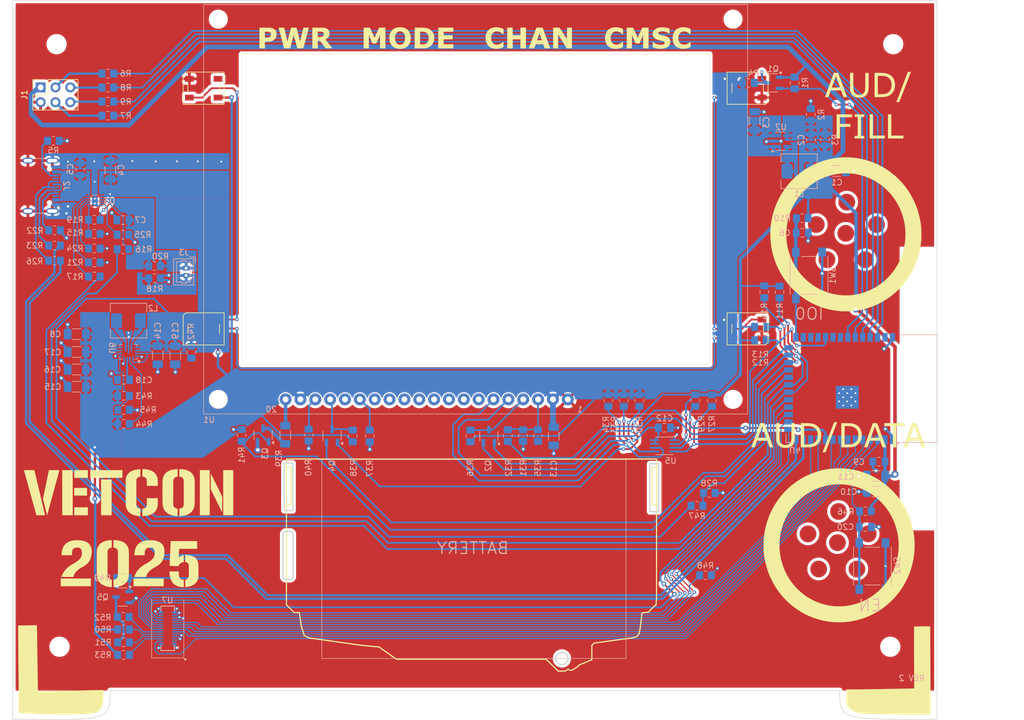
<source format=kicad_pcb>
(kicad_pcb (version 20240108) (generator "pcbnew") (generator_version "8.0")
  (layers (0 "F.Cu" signal) (31 "B.Cu" signal) (34 "B.Paste" user) (35 "F.Paste" user) (36 "B.SilkS" user "B.Silkscreen") (37 "F.SilkS" user "F.Silkscreen") (38 "B.Mask" user) (39 "F.Mask" user) (44 "Edge.Cuts" user))
  (net 0 "")
  (net 1 "VBUS")
  (net 2 "GND")
  (net 3 "VSYS")
  (net 4 "+5V")
  (net 5 "Net-(U2-FB)")
  (net 6 "+3V3")
  (net 7 "Net-(U6-VAUX)")
  (net 8 "+BATT")
  (net 9 "/EN")
  (net 10 "/IO0")
  (net 11 "Net-(U5-EN)")
  (net 12 "Net-(D1-DIN)")
  (net 14 "Net-(D2-DO)")
  (net 15 "Net-(D2-DIN)")
  (net 16 "Net-(D3-DIN)")
  (net 17 "Net-(J2-D--PadA7)")
  (net 18 "Net-(J2-D+-PadA6)")
  (net 19 "Net-(J2-CC1)")
  (net 21 "Net-(J2-CC2)")
  (net 23 "Net-(J1-Pin_5)")
  (net 24 "Net-(J1-Pin_4)")
  (net 25 "Net-(J1-Pin_3)")
  (net 26 "Net-(J1-Pin_6)")
  (net 27 "/KBD_ROW1")
  (net 28 "/KBD_ROW4")
  (net 29 "/KBD_COL5")
  (net 30 "/KBD_COL2")
  (net 31 "/KBD_COL4")
  (net 32 "/KBD_ROW5")
  (net 33 "/KBD_ROW3")
  (net 34 "/KBD_COL3")
  (net 35 "/KBD_ROW7")
  (net 36 "/KBD_ROW6")
  (net 37 "/KBD_ROW2")
  (net 38 "/KBD_COL1")
  (net 39 "Net-(U2-LX)")
  (net 40 "Net-(U6-L1)")
  (net 41 "Net-(U6-L2)")
  (net 42 "/LED_DATA")
  (net 43 "Net-(Q2-D)")
  (net 44 "/LCD_CS")
  (net 45 "Net-(Q3-D)")
  (net 46 "/LCD_RST")
  (net 47 "/KBD_BL_PWM")
  (net 48 "Net-(Q4-D)")
  (net 49 "/LCD_BL_PWM")
  (net 50 "/SAO_SDA")
  (net 51 "/SAO_GPIO1")
  (net 52 "/USB_DN")
  (net 53 "/USB_DP")
  (net 54 "/SAO_SCL")
  (net 55 "/SAO_GPIO2")
  (net 56 "Net-(Q5-D)")
  (net 57 "Net-(U3-STAT1)")
  (net 58 "Net-(U3-TS{slash}MR)")
  (net 59 "Net-(U3-STAT2)")
  (net 60 "Net-(U3-ILIM{slash}VSET)")
  (net 61 "Net-(U3-ISET)")
  (net 62 "Net-(U3-~{CE})")
  (net 63 "/BAT_STAT2")
  (net 64 "/BAT_STAT1")
  (net 65 "Net-(U1-V0)")
  (net 66 "/LCD_CLK")
  (net 67 "/LCD_DATA")
  (net 68 "Net-(U1-E|CLK)")
  (net 69 "Net-(U1-R{slash}~{W}|SID)")
  (net 70 "Net-(U1-PSB)")
  (net 71 "Net-(U1-VOUT)")
  (net 72 "/LCD_CONT")
  (net 73 "Net-(U1-K)")
  (net 74 "Net-(U6-EN)")
  (net 78 "Net-(U6-PG)")
  (net 79 "Net-(U6-FB)")
  (net 86 "Net-(U7-LEDK_1_4)")
  (net 87 "Net-(U7-LEDA_3_4)")
  (net 88 "Net-(U7-LEDK_2_3)")
  (net 89 "Net-(U7-LEDA_1_2)")
  (net 94 "/CON_BAT+")
  (net 95 "/CON_BAT-")
  (net 99 "Net-(U4-IO14)")
  (footprint "LED_SMD:LED_Inolux_IN-PI554FCH_PLCC4_5.0x5.0mm_P3.2mm" (layer "F.Cu") (at 184.8 44 180)
    (property "Reference" "D2" (hide yes))
    (property "Value" "Inolux_IN-PI554FCH")
  )
  (footprint "LED_SMD:LED_Inolux_IN-PI554FCH_PLCC4_5.0x5.0mm_P3.2mm" (layer "F.Cu") (at 184.8 85.15 180)
    (property "Reference" "D4" (hide yes))
    (property "Value" "Inolux_IN-PI554FCH")
  )
  (footprint "TZT:TZT_LCD12864_RearMount" (layer "F.Cu") (at 138.3 64.7)
    (property "Reference" "U1")
    (property "Value" "LCD12864")
    (fp_rect (start -40 -26.5) (end 40 26.5) (stroke (width 0.05)) (fill none) (layer "Edge.Cuts"))
  )
  (footprint "LOGO" (layer "F.Cu") (at 144.177 94.853)
    (property "Reference" "G***" (hide yes))
    (property "Value" "LOGO" (hide yes))
  )
  (footprint "MountingHole:MountingHole_3.2mm_M3" (layer "F.Cu") (at 66.65 36.47)
    (property "Reference" "REF**" (hide yes))
    (property "Value" "MountingHole_3.2mm_M3")
  )
  (footprint "LOGO" (layer "F.Cu") (at 144.177 94.853)
    (property "Reference" "G***" (hide yes))
    (property "Value" "LOGO" (hide yes))
  )
  (footprint "LED_SMD:LED_Inolux_IN-PI554FCH_PLCC4_5.0x5.0mm_P3.2mm" (layer "F.Cu") (at 91.8 44)
    (property "Reference" "D1" (hide yes))
    (property "Value" "Inolux_IN-PI554FCH")
  )
  (footprint "MountingHole:MountingHole_3.2mm_M3" (layer "F.Cu") (at 209.2 139.5)
    (property "Reference" "REF**" (hide yes))
    (property "Value" "MountingHole_3.2mm_M3")
  )
  (footprint "LOGO" (layer "F.Cu") (at 144.177 94.853)
    (property "Reference" "G***" (hide yes))
    (property "Value" "LOGO" (hide yes))
  )
  (footprint "Badge:Q10 Keyboard_Ribon_Left" (layer "F.Cu") (at 137.9 104.85)
    (property "Reference" "REF**" (hide yes))
    (property "Value" "Q10 Keyboard_Ribon_Left")
    (fp_line (start -32.55 15.4) (end -32.55 22.65) (stroke (width 0.2)) (layer "Edge.Cuts"))
    (fp_line (start -32.35 3.25) (end -30.85 3.25) (stroke (width 0.2)) (layer "Edge.Cuts"))
    (fp_line (start -32.35 11.375) (end -32.35 3.25) (stroke (width 0.2)) (layer "Edge.Cuts"))
    (fp_line (start -32.05 23.15) (end -31.3 23.15) (stroke (width 0.2)) (layer "Edge.Cuts"))
    (fp_line (start -31.3 14.9) (end -32.05 14.9) (stroke (width 0.2)) (layer "Edge.Cuts"))
    (fp_line (start -30.85 3.25) (end -30.85 11.375) (stroke (width 0.2)) (layer "Edge.Cuts"))
    (fp_line (start -30.85 11.375) (end -32.35 11.375) (stroke (width 0.2)) (layer "Edge.Cuts"))
    (fp_line (start -30.8 22.65) (end -30.8 15.4) (stroke (width 0.2)) (layer "Edge.Cuts"))
    (fp_line (start 30.179041 3.378327) (end 31.679041 3.378327) (stroke (width 0.2)) (layer "Edge.Cuts"))
    (fp_line (start 30.179041 11.553327) (end 30.179041 3.378327) (stroke (width 0.2)) (layer "Edge.Cuts"))
    (fp_line (start 31.679041 3.378327) (end 31.679041 11.553327) (stroke (width 0.2)) (layer "Edge.Cuts"))
    (fp_line (start 31.679041 11.553327) (end 30.179041 11.553327) (stroke (width 0.2)) (layer "Edge.Cuts"))
    (fp_arc (start -32.55 15.4) (mid -32.403553 15.046447) (end -32.05 14.9) (stroke (width 0.2)) (layer "Edge.Cuts"))
    (fp_arc (start -32.05 23.15) (mid -32.403553 23.003553) (end -32.55 22.65) (stroke (width 0.2)) (layer "Edge.Cuts"))
    (fp_arc (start -31.3 14.9) (mid -30.946447 15.046447) (end -30.8 15.4) (stroke (width 0.2)) (layer "Edge.Cuts"))
    (fp_arc (start -30.8 22.65) (mid -30.946447 23.003553) (end -31.3 23.15) (stroke (width 0.2)) (layer "Edge.Cuts"))
    (fp_circle (center 15.154041 36.653327) (end 16.204041 36.653327) (stroke (width 0.2)) (fill none) (layer "Edge.Cuts"))
  )
  (footprint "LOGO" (layer "F.Cu") (at 144.177 94.853)
    (property "Reference" "G***" (hide yes))
    (property "Value" "LOGO" (hide yes))
  )
  (footprint "Connector_PinSocket_2.54mm:PinSocket_2x03_P2.54mm_Vertical" (layer "F.Cu") (at 63.92 43.86 90)
    (property "Reference" "J1")
    (property "Value" "Conn_02x03_Odd_Even")
  )
  (footprint "LOGO" (layer "F.Cu") (at 144.177 94.853)
    (property "Reference" "G***" (hide yes))
    (property "Value" "LOGO" (hide yes))
  )
  (footprint "LED_SMD:LED_Inolux_IN-PI554FCH_PLCC4_5.0x5.0mm_P3.2mm" (layer "F.Cu") (at 91.8 85.15)
    (property "Reference" "D3" (hide yes))
    (property "Value" "Inolux_IN-PI554FCH")
  )
  (footprint "MountingHole:MountingHole_3.2mm_M3" (layer "F.Cu") (at 67.15 139.5)
    (property "Reference" "REF**" (hide yes))
    (property "Value" "MountingHole_3.2mm_M3")
  )
  (footprint "LOGO" (layer "F.Cu") (at 144.177 94.853)
    (property "Reference" "G***" (hide yes))
    (property "Value" "LOGO" (hide yes))
  )
  (footprint "MountingHole:MountingHole_3.2mm_M3" (layer "F.Cu") (at 209.7 36.47)
    (property "Reference" "REF**" (hide yes))
    (property "Value" "MountingHole_3.2mm_M3")
  )
  (footprint "LOGO" (layer "F.Cu") (at 144.177 94.853)
    (property "Reference" "G***" (hide yes))
    (property "Value" "LOGO" (hide yes))
  )
  (footprint "Capacitor_SMD:C_0805_2012Metric_Pad1.18x1.45mm_HandSolder" (layer "B.Cu") (at 204.94 119.01)
    (property "Reference" "C20")
    (property "Value" ".1u")
  )
  (footprint "Resistor_SMD:R_0805_2012Metric_Pad1.20x1.40mm_HandSolder" (layer "B.Cu") (at 78.1 96.6)
    (property "Reference" "R43")
    (property "Value" "0")
  )
  (footprint "Package_TO_SOT_SMD:SOT-23-3" (layer "B.Cu") (at 140.5625 103.5 90)
    (property "Reference" "Q2")
    (property "Value" "Q_NMOS_GSD")
  )
  (footprint "Capacitor_SMD:C_1206_3216Metric_Pad1.33x1.80mm_HandSolder" (layer "B.Cu") (at 83.95 89.6375 -90)
    (property "Reference" "C14")
    (property "Value" "10uF")
  )
  (footprint "Capacitor_SMD:C_0805_2012Metric_Pad1.18x1.45mm_HandSolder" (layer "B.Cu") (at 78.1 93.85 180)
    (property "Reference" "C18")
    (property "Value" ".1uF")
  )
  (footprint "Capacitor_SMD:C_1206_3216Metric_Pad1.33x1.80mm_HandSolder" (layer "B.Cu") (at 206.74 112.98 180)
    (property "Reference" "C10")
    (property "Value" "10uF")
  )
  (footprint "Resistor_SMD:R_0805_2012Metric_Pad1.20x1.40mm_HandSolder" (layer "B.Cu") (at 178.7 97.4 90)
    (property "Reference" "R27")
    (property "Value" "10k")
  )
  (footprint "Package_TO_SOT_SMD:SOT-23-3" (layer "B.Cu") (at 113.75 103.4375 90)
    (property "Reference" "Q4")
    (property "Value" "Q_NMOS_GSD")
  )
  (footprint "Resistor_SMD:R_0805_2012Metric_Pad1.20x1.40mm_HandSolder" (layer "B.Cu") (at 177.6 127.275 180)
    (property "Reference" "R48")
    (property "Value" "10k")
  )
  (footprint "Resistor_SMD:R_0805_2012Metric_Pad1.20x1.40mm_HandSolder" (layer "B.Cu") (at 78.05 134.4)
    (property "Reference" "R52")
    (property "Value" "200")
  )
  (footprint "Capacitor_SMD:C_1206_3216Metric_Pad1.33x1.80mm_HandSolder" (layer "B.Cu") (at 206.75 110.3 180)
    (property "Reference" "C11")
    (property "Value" "10uF")
  )
  (footprint "Resistor_SMD:R_0805_2012Metric_Pad1.20x1.40mm_HandSolder" (layer "B.Cu") (at 75.4 43.9 180)
    (property "Reference" "R8")
    (property "Value" "100")
  )
  (footprint "Resistor_SMD:R_1206_3216Metric_Pad1.30x1.75mm_HandSolder" (layer "B.Cu") (at 105.75 103.25 90)
    (property "Reference" "R39")
    (property "Value" "3")
  )
  (footprint "Resistor_SMD:R_0805_2012Metric_Pad1.20x1.40mm_HandSolder" (layer "B.Cu") (at 143.8 103.4 90)
    (property "Reference" "R32")
    (property "Value" "200")
  )
  (footprint "Inductor_SMD:L_Chilisin_BMRA00050530" (layer "B.Cu") (at 78.95 83.7375)
    (property "Reference" "L2")
    (property "Value" "2.2uH")
  )
  (footprint "Capacitor_SMD:C_0805_2012Metric_Pad1.18x1.45mm_HandSolder" (layer "B.Cu") (at 70.7 57.85 90)
    (property "Reference" "C5")
    (property "Value" "1u")
  )
  (footprint "Resistor_SMD:R_0805_2012Metric_Pad1.20x1.40mm_HandSolder" (layer "B.Cu") (at 178.25 113.2)
    (property "Reference" "R28")
    (property "Value" "6.8k")
  )
  (footprint "Resistor_SMD:R_0805_2012Metric_Pad1.20x1.40mm_HandSolder" (layer "B.Cu") (at 187 84.8 180)
    (property "Reference" "R13")
    (property "Value" "10k")
  )
  (footprint "Package_TO_SOT_SMD:SOT-23-3" (layer "B.Cu") (at 101.9625 103.3 90)
    (property "Reference" "Q3")
    (property "Value" "Q_NMOS_GSD")
  )
  (footprint "Resistor_SMD:R_0805_2012Metric_Pad1.20x1.40mm_HandSolder" (layer "B.Cu") (at 89.7 89.1375 -90)
    (property "Reference" "R42")
    (property "Value" "10k")
  )
  (footprint "Resistor_SMD:R_0805_2012Metric_Pad1.20x1.40mm_HandSolder" (layer "B.Cu") (at 75.4 46.3)
    (property "Reference" "R9")
    (property "Value" "100")
  )
  (footprint "Resistor_SMD:R_0805_2012Metric_Pad1.20x1.40mm_HandSolder" (layer "B.Cu") (at 137.4 103.45 -90)
    (property "Reference" "R36")
    (property "Value" "10k")
  )
  (footprint "Resistor_SMD:R_0805_2012Metric_Pad1.20x1.40mm_HandSolder" (layer "B.Cu") (at 66.3 70.9)
    (property "Reference" "R23")
    (property "Value" "15")
  )
  (footprint "VQFN:VQFN-TPS63070" (layer "B.Cu") (at 78.95 89.0875 90)
    (property "Reference" "U6")
    (property "Value" "TPS63070")
  )
  (footprint "Resistor_SMD:R_0805_2012Metric_Pad1.20x1.40mm_HandSolder" (layer "B.Cu") (at 73.1 71.4)
    (property "Reference" "R24")
    (property "Value" "5k")
  )
  (footprint "Resistor_SMD:R_0805_2012Metric_Pad1.20x1.40mm_HandSolder" (layer "B.Cu") (at 78 69.05)
    (property "Reference" "R25")
    (property "Value" "10k")
  )
  (footprint "Capacitor_SMD:C_1206_3216Metric_Pad1.33x1.80mm_HandSolder" (layer "B.Cu") (at 151.65 103.5 -90)
    (property "Reference" "C13")
    (property "Value" "10uF")
  )
  (footprint "Resistor_SMD:R_0805_2012Metric_Pad1.20x1.40mm_HandSolder" (layer "B.Cu") (at 148.95 103.4 -90)
    (property "Reference" "R35")
    (property "Value" "200")
  )
  (footprint "Resistor_SMD:R_0805_2012Metric_Pad1.20x1.40mm_HandSolder" (layer "B.Cu") (at 66.3 73.5 180)
    (property "Reference" "R26")
    (property "Value" "15")
  )
  (footprint "Resistor_SMD:R_0805_2012Metric_Pad1.20x1.40mm_HandSolder" (layer "B.Cu") (at 192.85 43.1 -90)
    (property "Reference" "R1")
    (property "Value" "10k")
  )
  (footprint "Inductor_SMD:L_Chilisin_BMRA00050530" (layer "B.Cu") (at 193.6 58.2)
    (property "Reference" "L1")
    (property "Value" "2.2uH")
  )
  (footprint "Resistor_SMD:R_0805_2012Metric_Pad1.20x1.40mm_HandSolder" (layer "B.Cu") (at 77.95 127.75)
    (property "Reference" "R49")
    (property "Value" "10k")
  )
  (footprint "Resistor_SMD:R_0805_2012Metric_Pad1.20x1.40mm_HandSolder" (layer "B.Cu") (at 78.1 136.55 180)
    (property "Reference" "R50")
    (property "Value" "200")
  )
  (footprint "Capacitor_SMD:C_0805_2012Metric_Pad1.18x1.45mm_HandSolder" (layer "B.Cu") (at 78 66.55 180)
    (property "Reference" "C7")
    (property "Value" "1u")
  )
  (footprint "Resistor_SMD:R_0805_2012Metric_Pad1.20x1.40mm_HandSolder" (layer "B.Cu") (at 78.1 138.75)
    (property "Reference" "R51")
    (property "Value" "200")
  )
  (footprint "Resistor_SMD:R_0805_2012Metric_Pad1.20x1.40mm_HandSolder" (layer "B.Cu") (at 78 71.55 180)
    (property "Reference" "R16")
    (property "Value" "0")
  )
  (footprint "WSON:WSON-10" (layer "B.Cu") (at 73.2 63.3 180)
    (property "Reference" "U3")
    (property "Value" "BQ25185")
  )
  (footprint "Capacitor_SMD:C_1206_3216Metric_Pad1.33x1.80mm_HandSolder" (layer "B.Cu") (at 70.1 89.1 180)
    (property "Reference" "C17")
    (property "Value" "22uF")
  )
  (footprint "BBQ10KBD:BM14B(0.8)-24DS-0.4V(53)" (layer "B.Cu") (at 85.65 136.35 90)
    (property "Reference" "U7")
    (property "Value" "BBQ10KBD")
  )
  (footprint "Resistor_SMD:R_0805_2012Metric_Pad1.20x1.40mm_HandSolder" (layer "B.Cu") (at 163.6375 97.4 90)
    (property "Reference" "R33")
    (property "Value" "10k")
  )
  (footprint "Resistor_SMD:R_0805_2012Metric_Pad1.20x1.40mm_HandSolder" (layer "B.Cu") (at 66.1 53)
    (property "Reference" "R5")
    (property "Value" "5.1k")
  )
  (footprint "Resistor_SMD:R_0805_2012Metric_Pad1.20x1.40mm_HandSolder" (layer "B.Cu") (at 109.75 103.3 90)
    (property "Reference" "R40")
    (property "Value" "200")
  )
  (footprint "Capacitor_SMD:C_0805_2012Metric_Pad1.18x1.45mm_HandSolder" (layer "B.Cu") (at 207.25 107.85 180)
    (property "Reference" "C9")
    (property "Value" ".1u")
  )
  (footprint "Resistor_SMD:R_0805_2012Metric_Pad1.20x1.40mm_HandSolder" (layer "B.Cu") (at 73.1 76.2)
    (property "Reference" "R17")
    (property "Value" "0")
  )
  (footprint "Resistor_SMD:R_0805_2012Metric_Pad1.20x1.40mm_HandSolder" (layer "B.Cu") (at 175.85 97.4 90)
    (property "Reference" "R29")
    (property "Value" "10k")
  )
  (footprint "Resistor_SMD:R_0805_2012Metric_Pad1.20x1.40mm_HandSolder" (layer "B.Cu") (at 75.4 48.7)
    (property "Reference" "R7")
    (property "Value" "100")
  )
  (footprint "Resistor_SMD:R_0805_2012Metric_Pad1.20x1.40mm_HandSolder" (layer "B.Cu") (at 75.4 41.5 180)
    (property "Reference" "R6")
    (property "Value" "100")
  )
  (footprint "Resistor_SMD:R_0805_2012Metric_Pad1.20x1.40mm_HandSolder" (layer "B.Cu") (at 73.1 68.9)
    (property "Reference" "R15")
    (property "Value" "10k")
  )
  (footprint "Resistor_SMD:R_0805_2012Metric_Pad1.20x1.40mm_HandSolder" (layer "B.Cu") (at 117.3 103.45 -90)
    (property "Reference" "R38")
    (property "Value" "10k")
  )
  (footprint "Connector_USB:USB_C_Receptacle_GCT_USB4105-xx-A_16P_TopMnt_Horizontal" (layer "B.Cu") (at 62.825 60.7 90)
    (property "Reference" "J2")
    (property "Value" "USB_C_Receptacle")
  )
  (footprint "Resistor_SMD:R_0805_2012Metric_Pad1.20x1.40mm_HandSolder" (layer "B.Cu") (at 73.1 66.5 180)
    (property "Reference" "R19")
    (property "Value" "10k")
  )
  (footprint "Resistor_SMD:R_0805_2012Metric_Pad1.20x1.40mm_HandSolder" (layer "B.Cu") (at 198.05 52.8 90)
    (property "Reference" "R3")
    (property "Value" "430k")
  )
  (footprint "Connector_Molex:Molex_PicoBlade_53047-0210_1x02_P1.25mm_Vertical" (layer "B.Cu") (at 88.8 74.775 -90)
    (property "Reference" "J3")
    (property "Value" "B2B-XH-A")
  )
  (footprint "Package_TO_SOT_SMD:TSOT-23-5" (layer "B.Cu") (at 190.4 53.05)
    (property "Reference" "U2")
    (property "Value" "AP3428A")
  )
  (footprint "Button_Switch_SMD:SW_SPST_PTS645" (layer "B.Cu") (at 195.3 76 90)
    (property "Reference" "SW1")
    (property "Value" "SW_Push")
  )
  (footprint "Resistor_SMD:R_0805_2012Metric_Pad1.20x1.40mm_HandSolder" (layer "B.Cu") (at 120.2 103.45 90)
    (property "Reference" "R37")
    (property "Value" "10k")
  )
  (footprint "Capacitor_SMD:C_1206_3216Metric_Pad1.33x1.80mm_HandSolder" (layer "B.Cu") (at 70.1 86.05 180)
    (property "Reference" "C8")
    (property "Value" "10uF")
  )
  (footprint "Capacitor_SMD:C_1206_3216Metric_Pad1.33x1.80mm_HandSolder" (layer "B.Cu") (at 200.05 58.15)
    (property "Reference" "C1")
    (property "Value" "10uF")
  )
  (footprint "Capacitor_SMD:C_1206_3216Metric_Pad1.33x1.80mm_HandSolder" (layer "B.Cu") (at 75.85 58 90)
    (property "Reference" "C4")
    (property "Value" "10u")
  )
  (footprint "Resistor_SMD:R_0805_2012Metric_Pad1.20x1.40mm_HandSolder" (layer "B.Cu") (at 83.4 74.4 180)
    (property "Reference" "R20")
    (property "Value" "0")
  )
  (footprint "Resistor_SMD:R_0805_2012Metric_Pad1.20x1.40mm_HandSolder" (layer "B.Cu") (at 160.9875 97.4 90)
    (property "Reference" "R34")
    (property "Value" "10k")
  )
  (footprint "Resistor_SMD:R_0805_2012Metric_Pad1.20x1.40mm_HandSolder" (layer "B.Cu") (at 190.25 78.85 -90)
    (property "Reference" "R11")
    (property "Value" "10k")
  )
  (footprint "Resistor_SMD:R_0805_2012Metric_Pad1.20x1.40mm_HandSolder" (layer "B.Cu") (at 184.95 43.1)
    (property "Reference" "R4")
    (property "Value" "10k")
  )
  (footprint "Resistor_SMD:R_0805_2012Metric_Pad1.20x1.40mm_HandSolder" (layer "B.Cu") (at 78.1 101.4 180)
    (property "Reference" "R44")
    (property "Value" "10k")
  )
  (footprint "Capacitor_SMD:C_0805_2012Metric_Pad1.18x1.45mm_HandSolder" (layer "B.Cu") (at 195.65 52.85 90)
    (property "Reference" "C2")
    (property "Value" "22pF")
  )
  (footprint "Package_TO_SOT_SMD:SOT-23-3" (layer "B.Cu") (at 189.15 43.0875 180)
    (property "Reference" "Q1")
    (property "Value" "Q_NMOS_GSD")
  )
  (footprint "Capacitor_SMD:C_1206_3216Metric_Pad1.33x1.80mm_HandSolder" (layer "B.Cu") (at 70.1 92.1 180)
    (property "Reference" "C16")
    (property "Value" "22uF")
  )
  (footprint "Resistor_SMD:R_0805_2012Metric_Pad1.20x1.40mm_HandSolder" (layer "B.Cu") (at 83.4 76.5)
    (property "Reference" "R18")
    (property "Value" "0")
  )
  (footprint "Capacitor_SMD:C_1206_3216Metric_Pad1.33x1.80mm_HandSolder" (layer "B.Cu") (at 70.1 95.05 180)
    (property "Reference" "C15")
    (property "Value" "22uF")
  )
  (footprint "Package_TO_SOT_SMD:SOT-23-3" (layer "B.Cu") (at 77.95 131 180)
    (property "Reference" "Q5")
    (property "Value" "Q_NMOS_GSD")
  )
  (footprint "Button_Switch_SMD:SW_SPST_PTS645" (layer "B.Cu") (at 206.14 125.71 90)
    (property "Reference" "SW2")
    (property "Value" "SW_Push")
  )
  (footprint "Capacitor_SMD:C_1206_3216Metric_Pad1.33x1.80mm_HandSolder" (layer "B.Cu") (at 186 49.6 90)
    (property "Reference" "C3")
    (property "Value" "10uf")
  )
  (footprint "Resistor_SMD:R_0805_2012Metric_Pad1.20x1.40mm_HandSolder" (layer "B.Cu") (at 98.3 103.35 -90)
    (property "Reference" "R41")
    (property "Value" "10k")
  )
  (footprint "Capacitor_SMD:C_0805_2012Metric_Pad1.18x1.45mm_HandSolder" (layer "B.Cu") (at 194.15 68.72)
    (property "Reference" "C6")
    (property "Value" ".1u")
  )
  (footprint "Resistor_SMD:R_0805_2012Metric_Pad1.20x1.40mm_HandSolder" (layer "B.Cu") (at 204.94 116.31 180)
    (property "Reference" "R46")
    (property "Value" "10k")
  )
  (footprint "RF_Module:ESP32-S3-WROOM-1" (layer "B.Cu") (at 204.3 95.35 90)
    (property "Reference" "U4")
    (property "Value" "ESP32-S3-WROOM-1")
  )
  (footprint "Resistor_SMD:R_0805_2012Metric_Pad1.20x1.40mm_HandSolder" (layer "B.Cu") (at 73.1 73.8)
    (property "Reference" "R21")
    (property "Value" "1k")
  )
  (footprint "Resistor_SMD:R_0805_2012Metric_Pad1.20x1.40mm_HandSolder" (layer "B.Cu") (at 166.2875 97.4 90)
    (property "Reference" "R30")
    (property "Value" "200k")
  )
  (footprint "Resistor_SMD:R_0805_2012Metric_Pad1.20x1.40mm_HandSolder" (layer "B.Cu") (at 146.4 103.4 90)
    (property "Reference" "R31")
    (property "Value" "200")
  )
  (footprint "Package_SO:SSOP-8_2.95x2.8mm_P0.65mm" (layer "B.Cu") (at 170.5875 105.15 180)
    (property "Reference" "U5")
    (property "Value" "PCA9306")
  )
  (footprint "Resistor_SMD:R_0805_2012Metric_Pad1.20x1.40mm_HandSolder" (layer "B.Cu") (at 176.15 115.4)
    (property "Reference" "R47")
    (property "Value" "3.9k")
  )
  (footprint "Resistor_SMD:R_0805_2012Metric_Pad1.20x1.40mm_HandSolder" (layer "B.Cu") (at 78.1 99)
    (property "Reference" "R45")
    (property "Value" "DNP")
  )
  (footprint "Resistor_SMD:R_0805_2012Metric_Pad1.20x1.40mm_HandSolder" (layer "B.Cu") (at 187 87.1 180)
    (property "Reference" "R12")
    (property "Value" "10k")
  )
  (footprint "Resistor_SMD:R_0805_2012Metric_Pad1.20x1.40mm_HandSolder" (layer "B.Cu") (at 195.6 48.5 90)
    (property "Reference" "R2")
    (property "Value" "100k")
  )
  (footprint "Resistor_SMD:R_0805_2012Metric_Pad1.20x1.40mm_HandSolder" (layer "B.Cu") (at 78.1 140.9 180)
    (property "Reference" "R53")
    (property "Value" "200")
  )
  (footprint "Capacitor_SMD:C_0805_2012Metric_Pad1.18x1.45mm_HandSolder" (layer "B.Cu") (at 170.5875 102.05)
    (property "Reference" "C12")
    (property "Value" ".1u")
  )
  (footprint "Resistor_SMD:R_0805_2012Metric_Pad1.20x1.40mm_HandSolder" (layer "B.Cu") (at 66.3 68.3)
    (property "Reference" "R22")
    (property "Value" "5.1k")
  )
  (footprint "Capacitor_SMD:C_1206_3216Metric_Pad1.33x1.80mm_HandSolder" (layer "B.Cu") (at 86.95 89.6375 -90)
    (property "Reference" "C19")
    (property "Value" "10uF")
  )
  (footprint "Resistor_SMD:R_0805_2012Metric_Pad1.20x1.40mm_HandSolder" (layer "B.Cu") (at 194.15 66.22 180)
    (property "Reference" "R10")
    (property "Value" "10k")
  )
  (footprint "Resistor_SMD:R_0805_2012Metric_Pad1.20x1.40mm_HandSolder" (layer "B.Cu") (at 187.65 78.8 -90)
    (property "Reference" "R14")
    (property "Value" "10k")
  )
  (gr_rect (start 112 107.5) (end 164 141.5) (stroke (width 0.1)) (fill none) (layer "B.SilkS"))
  (gr_line (start 204.631 151.691) (end 205.976 151.795) (stroke (width 0.1)) (layer "Edge.Cuts"))
  (gr_line (start 71.7112 151.804) (end 72.291 151.738) (stroke (width 0.1)) (layer "Edge.Cuts"))
  (gr_line (start 73.6965 151.462) (end 74.0641 151.339) (stroke (width 0.1)) (layer "Edge.Cuts"))
  (gr_line (start 217.2 151.9) (end 217.2 28.9725) (stroke (width 0.1)) (layer "Edge.Cuts"))
  (gr_line (start 202.645 151.341) (end 203.062 151.448) (stroke (width 0.1)) (layer "Edge.Cuts"))
  (gr_line (start 203.062 151.448) (end 203.528 151.542) (stroke (width 0.1)) (layer "Edge.Cuts"))
  (gr_line (start 75.8322 147) (end 200.511 147) (stroke (width 0.1)) (layer "Edge.Cuts"))
  (gr_line (start 211.712 151.914) (end 217.2 151.9) (stroke (width 0.1)) (layer "Edge.Cuts"))
  (gr_line (start 204.05 151.622) (end 204.631 151.691) (stroke (width 0.1)) (layer "Edge.Cuts"))
  (gr_line (start 72.8131 151.661) (end 73.2807 151.569) (stroke (width 0.1)) (layer "Edge.Cuts"))
  (gr_line (start 201.437 150.753) (end 201.677 150.925) (stroke (width 0.1)) (layer "Edge.Cuts"))
  (gr_line (start 64.6304 151.966) (end 66.8504 151.972) (stroke (width 0.1)) (layer "Edge.Cuts"))
  (gr_line (start 66.8504 151.972) (end 68.7543 151.953) (stroke (width 0.1)) (layer "Edge.Cuts"))
  (gr_line (start 200.566 148.641) (end 200.602 148.986) (stroke (width 0.1)) (layer "Edge.Cuts"))
  (gr_line (start 75.5347 149.964) (end 75.6241 149.683) (stroke (width 0.1)) (layer "Edge.Cuts"))
  (gr_line (start 217.2 28.9725) (end 59.1441 28.9725) (stroke (width 0.1)) (layer "Edge.Cuts"))
  (gr_line (start 200.809 149.873) (end 200.923 150.123) (stroke (width 0.1)) (layer "Edge.Cuts"))
  (gr_line (start 201.677 150.925) (end 201.957 151.08) (stroke (width 0.1)) (layer "Edge.Cuts"))
  (gr_line (start 68.7543 151.953) (end 70.3664 151.899) (stroke (width 0.1)) (layer "Edge.Cuts"))
  (gr_line (start 74.906 150.867) (end 75.1099 150.673) (stroke (width 0.1)) (layer "Edge.Cuts"))
  (gr_line (start 200.651 149.304) (end 200.719 149.6) (stroke (width 0.1)) (layer "Edge.Cuts"))
  (gr_line (start 75.4213 150.223) (end 75.5347 149.964) (stroke (width 0.1)) (layer "Edge.Cuts"))
  (gr_line (start 205.976 151.795) (end 207.587 151.863) (stroke (width 0.1)) (layer "Edge.Cuts"))
  (gr_line (start 200.527 147.876) (end 200.566 148.641) (stroke (width 0.1)) (layer "Edge.Cuts"))
  (gr_line (start 209.491 151.9) (end 211.712 151.914) (stroke (width 0.1)) (layer "Edge.Cuts"))
  (gr_line (start 70.3664 151.899) (end 71.7112 151.804) (stroke (width 0.1)) (layer "Edge.Cuts"))
  (gr_line (start 75.7429 149.049) (end 75.7783 148.694) (stroke (width 0.1)) (layer "Edge.Cuts"))
  (gr_line (start 200.719 149.6) (end 200.809 149.873) (stroke (width 0.1)) (layer "Edge.Cuts"))
  (gr_line (start 72.291 151.738) (end 72.8131 151.661) (stroke (width 0.1)) (layer "Edge.Cuts"))
  (gr_line (start 75.6241 149.683) (end 75.6924 149.378) (stroke (width 0.1)) (layer "Edge.Cuts"))
  (gr_line (start 74.6657 151.042) (end 74.906 150.867) (stroke (width 0.1)) (layer "Edge.Cuts"))
  (gr_line (start 200.511 147) (end 200.527 147.876) (stroke (width 0.1)) (layer "Edge.Cuts"))
  (gr_line (start 200.602 148.986) (end 200.651 149.304) (stroke (width 0.1)) (layer "Edge.Cuts"))
  (gr_line (start 59.1441 151.901) (end 64.6304 151.966) (stroke (width 0.1)) (layer "Edge.Cuts"))
  (gr_line (start 202.279 151.219) (end 202.645 151.341) (stroke (width 0.1)) (layer "Edge.Cuts"))
  (gr_line (start 74.3861 151.2) (end 74.6657 151.042) (stroke (width 0.1)) (layer "Edge.Cuts"))
  (gr_line (start 207.587 151.863) (end 209.491 151.9) (stroke (width 0.1)) (layer "Edge.Cuts"))
  (gr_line (start 59.1441 28.9725) (end 59.1441 151.901) (stroke (width 0.1)) (layer "Edge.Cuts"))
  (gr_line (start 203.528 151.542) (end 204.05 151.622) (stroke (width 0.1)) (layer "Edge.Cuts"))
  (gr_line (start 201.062 150.354) (end 201.233 150.563) (stroke (width 0.1)) (layer "Edge.Cuts"))
  (gr_line (start 75.1099 150.673) (end 75.2807 150.458) (stroke (width 0.1)) (layer "Edge.Cuts"))
  (gr_line (start 74.0641 151.339) (end 74.3861 151.2) (stroke (width 0.1)) (layer "Edge.Cuts"))
  (gr_line (start 201.233 150.563) (end 201.437 150.753) (stroke (width 0.1)) (layer "Edge.Cuts"))
  (gr_line (start 201.957 151.08) (end 202.279 151.219) (stroke (width 0.1)) (layer "Edge.Cuts"))
  (gr_line (start 73.2807 151.569) (end 73.6965 151.462) (stroke (width 0.1)) (layer "Edge.Cuts"))
  (gr_line (start 75.2807 150.458) (end 75.4213 150.223) (stroke (width 0.1)) (layer "Edge.Cuts"))
  (gr_line (start 75.7783 148.694) (end 75.8168 147.904) (stroke (width 0.1)) (layer "Edge.Cuts"))
  (gr_line (start 75.6924 149.378) (end 75.7429 149.049) (stroke (width 0.1)) (layer "Edge.Cuts"))
  (gr_line (start 75.8168 147.904) (end 75.8322 147) (stroke (width 0.1)) (layer "Edge.Cuts"))
  (gr_line (start 200.923 150.123) (end 201.062 150.354) (stroke (width 0.1)) (layer "Edge.Cuts"))
  (gr_text "BATTERY" (at 144.1 123.8 0) (layer "B.SilkS") (effects (font (size 2 2) (thickness 0.2)) (justify left bottom mirror)))
  (gr_text "EN" (at 207.79 133.61 -0) (layer "B.SilkS") (effects (font (size 2 2) (thickness 0.2) (bold yes)) (justify left bottom mirror)))
  (gr_text "IO0" (at 197.95 83.75 0) (layer "B.SilkS") (effects (font (size 2 2) (thickness 0.2) (bold yes)) (justify left bottom mirror)))
  (gr_text "REV 2" (at 215.2 145.45 0) (layer "B.SilkS") (effects (font (size 1 1)) (justify left bottom mirror)))
  (via (at 79.6 56.45) (size 0.6) (drill 0.3) (layers "F.Cu" "B.Cu") (net 2))
  (via (at 73.1 56.5) (size 0.6) (drill 0.3) (layers "F.Cu" "B.Cu") (net 2))
  (via (at 207.24 119.01) (size 0.8) (drill 0.4) (layers "F.Cu" "B.Cu") (net 2))
  (via (at 78.05 91.1) (size 0.6) (drill 0.3) (layers "F.Cu" "B.Cu") (net 2))
  (via (at 190.5 53.05) (size 0.8) (drill 0.4) (layers "F.Cu" "B.Cu") (net 2))
  (via (at 67.45 90.6) (size 0.8) (drill 0.4) (layers "F.Cu" "B.Cu") (net 2))
  (via (at 68.35 69.6) (size 0.8) (drill 0.4) (layers "F.Cu" "B.Cu") (net 2))
  (via (at 197.55 75.67) (size 0.8) (drill 0.4) (layers "F.Cu" "B.Cu") (net 2))
  (via (at 84.1 133) (size 0.6) (drill 0.3) (layers "F.Cu" "B.Cu") (net 2))
  (via (at 68.6 64.2) (size 0.8) (drill 0.4) (layers "F.Cu" "B.Cu") (net 2))
  (via (at 79 86.5) (size 0.6) (drill 0.3) (layers "F.Cu" "B.Cu") (net 2))
  (via (at 76.1 65.3) (size 0.8) (drill 0.4) (layers "F.Cu" "B.Cu") (net 2))
  (via (at 76.95 129.15) (size 0.8) (drill 0.4) (layers "F.Cu" "B.Cu") (net 2))
  (via (at 87.625 133.675) (size 0.6) (drill 0.3) (layers "F.Cu" "B.Cu") (net 2))
  (via (at 180.584314 113.184314) (size 0.8) (drill 0.4) (layers "F.Cu" "B.Cu") (net 2))
  (via (at 75.3 68.9) (size 0.6) (drill 0.3) (layers "F.Cu" "B.Cu") (net 2))
  (via (at 109.75 105.6) (size 0.8) (drill 0.4) (layers "F.Cu" "B.Cu") (net 2))
  (via (at 76 92.8) (size 0.8) (drill 0.4) (layers "F.Cu" "B.Cu") (net 2))
  (via (at 151.65 106.45) (size 0.8) (drill 0.4) (layers "F.Cu" "B.Cu") (net 2))
  (via (at 67.45 93.55) (size 0.8) (drill 0.4) (layers "F.Cu" "B.Cu") (net 2))
  (via (at 203.8 113) (size 0.8) (drill 0.4) (layers "F.Cu" "B.Cu") (net 2))
  (via (at 73.15 60) (size 0.6) (drill 0.3) (layers "F.Cu" "B.Cu") (net 2))
  (via (at 76.7 89.8) (size 0.6) (drill 0.3) (layers "F.Cu" "B.Cu") (net 2))
  (via (at 96.9 102.35) (size 0.8) (drill 0.4) (layers "F.Cu" "B.Cu") (net 2))
  (via (at 87.65 134.45) (size 0.6) (drill 0.3) (layers "F.Cu" "B.Cu") (net 2))
  (via (at 75.3 71.4) (size 0.6) (drill 0.3) (layers "F.Cu" "B.Cu") (net 2))
  (via (at 75.3 73.8) (size 0.6) (drill 0.3) (layers "F.Cu" "B.Cu") (net 2))
  (via (at 80.45 99.05) (size 0.8) (drill 0.4) (layers "F.Cu" "B.Cu") (net 2))
  (via (at 208.15 88.55) (size 0.8) (drill 0.4) (layers "F.Cu" "B.Cu") (net 2))
  (via (at 68.55 84.4) (size 0.8) (drill 0.4) (layers "F.Cu" "B.Cu") (net 2))
  (via (at 68.45 53) (size 0.8) (drill 0.4) (layers "F.Cu" "B.Cu") (net 2))
  (via (at 208.35 102.25) (size 0.8) (drill 0.4) (layers "F.Cu" "B.Cu") (net 2))
  (via (at 206.75 109.4) (size 0.8) (drill 0.4) (layers "F.Cu" "B.Cu") (net 2))
  (via (at 80.25 131.2) (size 0.8) (drill 0.4) (layers "F.Cu" "B.Cu") (net 2))
  (via (at 88 137.55) (size 0.6) (drill 0.3) (layers "F.Cu" "B.Cu") (net 2))
  (via (at 87.2 133) (size 0.6) (drill 0.3) (layers "F.Cu" "B.Cu") (net 2))
  (via (at 83.55 133.45) (size 0.6) (drill 0.3) (layers "F.Cu" "B.Cu") (net 2))
  (via (at 120.2 105.75) (size 0.8) (drill 0.4) (layers "F.Cu" "B.Cu") (net 2))
  (via (at 86.95 92.55) (size 0.8) (drill 0.4) (layers "F.Cu" "B.Cu") (net 2))
  (via (at 85.85 77.1) (size 0.8) (drill 0.4) (layers "F.Cu" "B.Cu") (net 2))
  (via (at 94.8 56.55) (size 0.6) (drill 0.3) (layers "F.Cu" "B.Cu") (net 2))
  (via (at 195.6 46.2) (size 0.8) (drill 0.4) (layers "F.Cu" "B.Cu") (net 2))
  (via (at 179.65 126.1) (size 0.6) (drill 0.3) (layers "F.Cu" "B.Cu") (net 2))
  (via (at 67.45 87.55) (size 0.8) (drill 0.4) (layers "F.Cu" "B.Cu") (net 2))
  (via (at 172.9 102.05) (size 0.6) (drill 0.3) (layers "F.Cu" "B.Cu") (net 2))
  (via (at 101.05 105.85) (size 1.2) (drill 0.6) (layers "F.Cu" "B.Cu") (net 2))
  (via (at 188.025 53.125) (size 0.8) (drill 0.4) (layers "F.Cu" "B.Cu") (net 2))
  (via (at 84.1 139.7) (size 0.6) (drill 0.3) (layers "F.Cu" "B.Cu") (net 2))
  (via (at 90.8 56.5) (size 0.6) (drill 0.3) (layers "F.Cu" "B.Cu") (net 2))
  (via (at 187.6 48.05) (size 0.8) (drill 0.4) (layers "F.Cu" "B.Cu") (net 2))
  (via (at 203.8 110.3) (size 0.8) (drill 0.4) (layers "F.Cu" "B.Cu") (net 2))
  (via (at 88.3 134.65) (size 0.6) (drill 0.3) (layers "F.Cu" "B.Cu") (net 2))
  (via (at 83.6 56.5) (size 0.6) (drill 0.3) (layers "F.Cu" "B.Cu") (net 2))
  (via (at 203 58.15) (size 0.8) (drill 0.4) (layers "F.Cu" "B.Cu") (net 2))
  (via (at 87.2 139.7) (size 0.6) (drill 0.3) (layers "F.Cu" "B.Cu") (net 2))
  (via (at 78.95 85.85) (size 0.6) (drill 0.3) (layers "F.Cu" "B.Cu") (net 2))
  (via (at 68.6 56.55) (size 0.6) (drill 0.3) (layers "F.Cu" "B.Cu") (net 2))
  (via (at 68.35 65.4) (size 0.8) (drill 0.4) (layers "F.Cu" "B.Cu") (net 2))
  (via (at 87.25 56.5) (size 0.6) (drill 0.3) (layers "F.Cu" "B.Cu") (net 2))
  (via (at 85.85 76) (size 0.8) (drill 0.4) (layers "F.Cu" "B.Cu") (net 2))
  (via (at 146.45 105.7) (size 0.8) (drill 0.4) (layers "F.Cu" "B.Cu") (net 2))
  (via (at 87.75 138.15) (size 0.6) (drill 0.3) (layers "F.Cu" "B.Cu") (net 2))
  (via (at 81.2 89.9375) (size 0.6) (drill 0.3) (layers "F.Cu" "B.Cu") (net 2))
  (via (at 83.95 92.5) (size 0.8) (drill 0.4) (layers "F.Cu" "B.Cu") (net 2))
  (via (at 172.7 103.25) (size 0.6) (drill 0.3) (layers "F.Cu" "B.Cu") (net 2))
  (via (at 208.39 125.71) (size 0.6) (drill 0.3) (layers "F.Cu" "B.Cu") (net 2))
  (via (at 195.15 70.1) (size 0.8) (drill 0.4) (layers "F.Cu" "B.Cu") (net 2))
  (via (at 80.05 70.35) (size 0.8) (drill 0.4) (layers "F.Cu" "B.Cu") (net 2))
  (segment (start 83.95 91.2) (end 83.95 92.5) (width 0.4) (layer "B.Cu") (net 2))
  (segment (start 76.7 89.8) (end 77.1625 89.3375) (width 0.2) (layer "B.Cu") (net 2))
  (segment (start 208.39 125.71) (end 208.39 129.69) (width 0.4) (layer "B.Cu") (net 2))
  (segment (start 98.3 102.35) (end 96.9 102.35) (width 0.4) (layer "B.Cu") (net 2))
  (segment (start 201.6125 58.15) (end 203 58.15) (width 0.4) (layer "B.Cu") (net 2))
  (segment (start 203.82 112.98) (end 203.8 113) (width 0.4) (layer "B.Cu") (net 2))
  (segment (start 180.568628 113.2) (end 180.584314 113.184314) (width 0.4) (layer "B.Cu") (net 2))
  (segment (start 78.2 90.95) (end 78.2 90.2375) (width 0.2) (layer "B.Cu") (net 2))
  (segment (start 68.5375 84.4125) (end 68.55 84.4) (width 0.4) (layer "B.Cu") (net 2))
  (segment (start 146.4 104.4) (end 146.4 105.65) (width 0.3) (layer "B.Cu") (net 2))
  (segment (start 85.85 77.1) (end 85.55 76.8) (width 0.4) (layer "B.Cu") (net 2))
  (segment (start 101.0125 104.4375) (end 101.0125 105.8125) (width 0.6) (layer "B.Cu") (net 2))
  (segment (start 87.75 138.15) (end 87.35 137.75) (width 0.2) (layer "B.Cu") (net 2))
  (segment (start 81.1 89.8375) (end 81.2 89.9375) (width 0.2) (layer "B.Cu") (net 2))
  (segment (start 179.25 113.2) (end 180.568628 113.2) (width 0.4) (layer "B.Cu") (net 2))
  (segment (start 205.1875 110.3) (end 203.8 110.3) (width 0.4) (layer "B.Cu") (net 2))
  (segment (start 67.3 68.55) (end 68.35 69.6) (width 0.4) (layer "B.Cu") (net 2))
  (segment (start 74.1 68.9) (end 75.3 68.9) (width 0.2) (layer "B.Cu") (net 2))
  (segment (start 208.39 121.73) (end 208.39 125.71) (width 0.4) (layer "B.Cu") (net 2))
  (segment (start 83.55 133.45) (end 83.55 133.65) (width 0.2) (layer "B.Cu") (net 2))
  (segment (start 85.55 76.8) (end 84.7 76.8) (width 0.4) (layer "B.Cu") (net 2))
  (segment (start 67.1 53) (end 68.45 53) (width 0.4) (layer "B.Cu") (net 2))
  (segment (start 186 48.0375) (end 187.5875 48.0375) (width 0.4) (layer "B.Cu") (net 2))
  (segment (start 76.0125 92.8) (end 77.0625 93.85) (width 0.3) (layer "B.Cu") (net 2))
  (segment (start 87.625 133.675) (end 87.15 134.15) (width 0.2) (layer "B.Cu") (net 2))
  (segment (start 208.15 88.55) (end 209.56 87.14) (width 0.4) (layer "B.Cu") (net 2))
  (segment (start 109.75 104.3) (end 109.75 105.6) (width 0.4) (layer "B.Cu") (net 2))
  (segment (start 208.35 102.25) (end 209.56 103.46) (width 0.4) (layer "B.Cu") (net 2))
  (segment (start 87.65 134.45) (end 87.55 134.55) (width 0.2) (layer "B.Cu") (net 2))
  (segment (start 84.5 133.4) (end 84.5 133.65) (width 0.2) (layer "B.Cu") (net 2))
  (segment (start 171.625 102.05) (end 172.9 102.05) (width 0.3) (layer "B.Cu") (net 2))
  (segment (start 78.05 91.1) (end 78.2 90.95) (width 0.2) (layer "B.Cu") (net 2))
  (segment (start 151.65 105.0625) (end 151.65 106.45) (width 0.3) (layer "B.Cu") (net 2))
  (segment (start 88 134.95) (end 86.8 134.95) (width 0.2) (layer "B.Cu") (net 2))
  (segment (start 76.9625 66.1625) (end 76.1 65.3) (width 0.4) (layer "B.Cu") (net 2))
  (segment (start 88.3 134.65) (end 88 134.95) (width 0.2) (layer "B.Cu") (net 2))
  (segment (start 87.2 139.7) (end 86.8 139.3) (width 0.2) (layer "B.Cu") (net 2))
  (segment (start 188.1 53.05) (end 189.2625 53.05) (width 0.4) (layer "B.Cu") (net 2))
  (segment (start 101.0125 105.8125) (end 101.05 105.85) (width 0.4) (layer "B.Cu") (net 2))
  (segment (start 188.025 53.125) (end 188.1 53.05) (width 0.4) (layer "B.Cu") (net 2))
  (segment (start 190.5 53.05) (end 189.2625 53.05) (width 0.4) (layer "B.Cu") (net 2))
  (segment (start 88 137.55) (end 87.8 137.35) (width 0.2) (layer "B.Cu") (net 2))
  (segment (start 195.6 47.5) (end 195.6 46.2) (width 0.4) (layer "B.Cu") (net 2))
  (segment (start 87.55 134.55) (end 86.8 134.55) (width 0.2) (layer "B.Cu") (net 2))
  (segment (start 120.2 104.45) (end 120.2 105.75) (width 0.4) (layer "B.Cu") (net 2))
  (segment (start 86.8 133.4) (end 86.8 133.65) (width 0.2) (layer "B.Cu") (net 2))
  (segment (start 76.95 127.75) (end 76.95 129.15) (width 0.4) (layer "B.Cu") (net 2))
  (segment (start 74.1 71.4) (end 75.3 71.4) (width 0.2) (layer "B.Cu") (net 2))
  (segment (start 76 92.8) (end 76.0125 92.8) (width 0.3) (layer "B.Cu") (net 2))
  (segment (start 86.8 139.3) (end 86.8 139.05) (width 0.2) (layer "B.Cu") (net 2))
  (segment (start 197.55 79.98) (end 197.55 75.67) (width 0.4) (layer "B.Cu") (net 2))
  (segment (start 172.2875 103.6625) (end 172.7 103.25) (width 0.3) (layer "B.Cu") (net 2))
  (segment (start 77.1625 89.3375) (end 77.55 89.3375) (width 0.2) (layer "B.Cu") (net 2))
  (segment (start 146.4 105.65) (end 146.45 105.7) (width 0.3) (layer "B.Cu") (net 2))
  (segment (start 68.5375 94.6375) (end 67.45 93.55) (width 0.4) (layer "B.Cu") (net 2))
  (segment (start 205.1775 112.98) (end 203.82 112.98) (width 0.4) (layer "B.Cu") (net 2))
  (segment (start 84.4 76.5) (end 84.9 76) (width 0.4) (layer "B.Cu") (net 2))
  (segment (start 87.2 133) (end 86.8 133.4) (width 0.2) (layer "B.Cu") (net 2))
  (segment (start 84.9 76) (end 85.85 76) (width 0.4) (layer "B.Cu") (net 2))
  (segment (start 68.5375 86.05) (end 68.5375 84.4125) (width 0.4) (layer "B.Cu") (net 2))
  (segment (start 87.8 137.35) (end 86.8 137.35) (width 0.2) (layer "B.Cu") (net 2))
  (segment (start 80.35 89.8375) (end 81.1 89.8375) (width 0.2) (layer "B.Cu") (net 2))
  (segment (start 79.5 131.95) (end 80.25 131.2) (width 0.4) (layer "B.Cu") (net 2))
  (segment (start 195.1875 70.0625) (end 195.15 70.1) (width 0.4) (layer "B.Cu") (net 2))
  (segment (start 197.55 75.67) (end 197.55 72.02) (width 0.4) (layer "B.Cu") (net 2))
  (segment (start 80.4 99) (end 79.1 99) (width 0.4) (layer "B.Cu") (net 2))
  (segment (start 84.5 139.3) (end 84.5 139.05) (width 0.2) (layer "B.Cu") (net 2))
  (segment (start 79 69.3) (end 80.05 70.35) (width 0.4) (layer "B.Cu") (net 2))
  (segment (start 68.5375 88.6375) (end 67.45 87.55) (width 0.4) (layer "B.Cu") (net 2))
  (segment (start 84.1 133) (end 84.5 133.4) (width 0.2) (layer "B.Cu") (net 2))
  (segment (start 83.55 133.65) (end 84.05 134.15) (width 0.2) (layer "B.Cu") (net 2))
  (segment (start 206.2125 107.85) (end 206.2125 108.8625) (width 0.4) (layer "B.Cu") (net 2))
  (segment (start 209.56 103.46) (end 209.56 104.1) (width 0.4) (layer "B.Cu") (net 2))
  (segment (start 172.2875 104.175) (end 172.2875 103.6625) (width 0.3) (layer "B.Cu") (net 2))
  (segment (start 68.5375 91.6875) (end 67.45 90.6) (width 0.4) (layer "B.Cu") (net 2))
  (segment (start 195.1875 68.72) (end 195.1875 70.0625) (width 0.4) (layer "B.Cu") (net 2))
  (segment (start 205.9775 119.01) (end 207.24 119.01) (width 0.4) (layer "B.Cu") (net 2))
  (segment (start 74.1 73.8) (end 75.3 73.8) (width 0.2) (layer "B.Cu") (net 2))
  (segment (start 206.2125 108.8625) (end 206.75 109.4) (width 0.4) (layer "B.Cu") (net 2))
  (segment (start 86.95 91.2) (end 86.95 92.55) (width 0.4) (layer "B.Cu") (net 2))
  (segment (start 178.6 127.15) (end 179.65 126.1) (width 0.2) (layer "B.Cu") (net 2))
  (segment (start 80.45 99.05) (end 80.4 99) (width 0.4) (layer "B.Cu") (net 2))
  (segment (start 87.15 134.15) (end 86.8 134.15) (width 0.2) (layer "B.Cu") (net 2))
  (segment (start 84.1 139.7) (end 84.5 139.3) (width 0.2) (layer "B.Cu") (net 2))
  (segment (start 87.35 137.75) (end 86.8 137.75) (width 0.2) (layer "B.Cu") (net 2))
  (segment (start 84.05 134.15) (end 84.5 134.15) (width 0.2) (layer "B.Cu") (net 2))
  (segment (start 74.7 64.8) (end 75.8 63.7) (width 0.2) (layer "F.Cu") (net 3))
  (segment (start 75.8 63.7) (end 75.8 62.1) (width 0.2) (layer "F.Cu") (net 3))
  (via (at 74.7 64.8) (size 0.6) (drill 0.3) (layers "F.Cu" "B.Cu") (net 3))
  (via (at 75.8 62.1) (size 0.6) (drill 0.3) (layers "F.Cu" "B.Cu") (net 3))
  (segment (start 120 117.25) (end 123.45 120.7) (width 0.3) (layer "B.Cu") (net 3))
  (segment (start 75.8 62.1) (end 75.85 62.05) (width 0.2) (layer "B.Cu") (net 3))
  (segment (start 86.95 88.075) (end 86.95 83.65) (width 0.4) (layer "B.Cu") (net 3))
  (segment (start 74.1 66.5) (end 74.1 65.4) (width 0.2) (layer "B.Cu") (net 3))
  (segment (start 123.45 120.7) (end 169.85 120.7) (width 0.3) (layer "B.Cu") (net 3))
  (segment (start 74.1 65.4) (end 74.7 64.8) (width 0.2) (layer "B.Cu") (net 3))
  (segment (start 75.85 62.05) (end 75.85 59.5625) (width 0.2) (layer "B.Cu") (net 3))
  (segment (start 169.85 120.7) (end 175.15 115.4) (width 0.3) (layer "B.Cu") (net 3))
  (segment (start 74.25 62.5) (end 75.05 62.5) (width 0.2) (layer "B.Cu") (net 3))
  (segment (start 83.3 80) (end 71.7 80) (width 0.3) (layer "B.Cu") (net 3))
  (segment (start 66.65 85.05) (end 66.65 100.35) (width 0.3) (layer "B.Cu") (net 3))
  (segment (start 83.55 117.25) (end 120 117.25) (width 0.3) (layer "B.Cu") (net 3))
  (segment (start 71.7 80) (end 66.65 85.05) (width 0.3) (layer "B.Cu") (net 3))
  (segment (start 66.65 100.35) (end 83.55 117.25) (width 0.3) (layer "B.Cu") (net 3))
  (segment (start 86.95 83.65) (end 83.3 80) (width 0.3) (layer "B.Cu") (net 3))
  (segment (start 73.21005 105.41005) (end 73.2 105.4) (width 0.4) (layer "F.Cu") (net 4))
  (segment (start 73.21005 114.18995) (end 73.21005 105.41005) (width 0.4) (layer "F.Cu") (net 4))
  (segment (start 182.35 42.4) (end 180.9 42.4) (width 0.4) (layer "F.Cu") (net 4))
  (segment (start 94.25 86.75) (end 94.25 89.15) (width 0.4) (layer "F.Cu") (net 4))
  (segment (start 180.85 83.55) (end 180.8 83.6) (width 0.4) (layer "F.Cu") (net 4))
  (segment (start 96.558121 45.6) (end 94.25 45.6) (width 0.4) (layer "F.Cu") (net 4))
  (segment (start 96.577689 45.580432) (end 96.558121 45.6) (width 0.4) (layer "F.Cu") (net 4))
  (segment (start 182.35 83.55) (end 180.85 83.55) (width 0.4) (layer "F.Cu") (net 4))
  (via (at 180.9 42.4) (size 0.8) (drill 0.4) (layers "F.Cu" "B.Cu") (net 4))
  (via (at 96.577689 45.580432) (size 0.8) (drill 0.4) (layers "F.Cu" "B.Cu") (net 4))
  (via (at 73.21005 114.18995) (size 0.8) (drill 0.4) (layers "F.Cu" "B.Cu") (net 4))
  (via (at 73.2 105.4) (size 0.8) (drill 0.4) (layers "F.Cu" "B.Cu") (net 4))
  (via (at 94.25 89.15) (size 0.8) (drill 0.4) (layers "F.Cu" "B.Cu") (net 4))
  (via (at 180.8 83.6) (size 0.8) (drill 0.4) (layers "F.Cu" "B.Cu") (net 4))
  (segment (start 152.35 103.45) (end 158.75 97.05) (width 0.3) (layer "B.Cu") (net 4))
  (segment (start 96.592 81.868629) (end 96.592 92.392) (width 0.4) (layer "B.Cu") (net 4))
  (segment (start 96.6 81.860629) (end 96.592 81.868629) (width 0.4) (layer "B.Cu") (net 4))
  (segment (start 137.4 104.45) (end 138.4 103.45) (width 0.3) (layer "B.Cu") (net 4))
  (segment (start 148.95 104.4) (end 148.95 103.45) (width 0.3) (layer "B.Cu") (net 4))
  (segment (start 96.592 92.392) (end 96.9 92.7) (width 0.4) (layer "B.Cu") (net 4))
  (segment (start 94.25 89.15) (end 94.25 91.55) (width 0.4) (layer "B.Cu") (net 4))
  (segment (start 73.25 137.05) (end 77.1 140.9) (width 0.4) (layer "B.Cu") (net 4))
  (segment (start 148.95 103.45) (end 152.35 103.45) (width 0.3) (layer "B.Cu") (net 4))
  (segment (start 117.3 104.45) (end 116.1625 103.3125) (width 0.3) (layer "B.Cu") (net 4))
  (segment (start 116.1625 103.3125) (end 105.0625 103.3125) (width 0.3) (layer "B.Cu") (net 4))
  (segment (start 96.577689 45.580432) (end 96.6 45.602743) (width 0.4) (layer "B.Cu") (net 4))
  (segment (start 151.52 97.2) (end 151.52 101.8075) (width 1) (layer "B.Cu") (net 4))
  (segment (start 96.6 45.602743) (end 96.6 81.860629) (width 0.4) (layer "B.Cu") (net 4))
  (segment (start 94.25 91.55) (end 95.95 93.25) (width 0.4) (layer "B.Cu") (net 4))
  (segment (start 77.1 136.55) (end 73.25 136.55) (width 0.4) (layer "B.Cu") (net 4))
  (segment (start 138.4 103.45) (end 148.95 103.45) (width 0.3) (layer "B.Cu") (net 4))
  (segment (start 73.25 114.2299) (end 73.21005 114.18995) (width 0.4) (layer "B.Cu") (net 4))
  (segment (start 105.0625 103.3125) (end 101.55 99.8) (width 0.3) (layer "B.Cu") (net 4))
  (segment (start 73.25 133.9) (end 73.25 114.2299) (width 0.4) (layer "B.Cu") (net 4))
  (segment (start 73.25 133.9) (end 73.25 137.05) (width 0.4) (layer "B.Cu") (net 4))
  (segment (start 73.25 136.55) (end 73.25 133.9) (width 0.4) (layer "B.Cu") (net 4))
  (segment (start 165.1 101.5) (end 165.4 101.2) (width 0.3) (layer "F.Cu") (net 6))
  (segment (start 174.3 103.25) (end 174.284314 103.265686) (width 0.3) (layer "F.Cu") (net 6))
  (segment (start 165.95962 104.459619) (end 164.719239 105.7) (width 0.3) (layer "F.Cu") (net 6))
  (segment (start 210 88.227207) (end 203.522793 81.75) (width 0.6) (layer "F.Cu") (net 6))
  (segment (start 165.95962 103.45962) (end 165.95962 104.459619) (width 0.3) (layer "F.Cu") (net 6))
  (segment (start 174.265686 99.834314) (end 174.3 99.868628) (width 0.3) (layer "F.Cu") (net 6))
  (segment (start 174.3 99.868628) (end 174.3 103.25) (width 0.3) (layer "F.Cu") (net 6))
  (segment (start 203.522793 81.75) (end 203.3 81.75) (width 0.6) (layer "F.Cu") (net 6))
  (segment (start 165.1 102.6) (end 165.95962 103.45962) (width 0.3) (layer "F.Cu") (net 6))
  (segment (start 210 110) (end 210 88.227207) (width 0.6) (layer "F.Cu") (net 6))
  (segment (start 164.719239 105.7) (end 163.6 105.7) (width 0.3) (layer "F.Cu") (net 6))
  (segment (start 165.1 102.6) (end 165.1 101.5) (width 0.3) (layer "F.Cu") (net 6))
  (via (at 203.3 81.75) (size 1.2) (drill 0.6) (layers "F.Cu" "B.Cu") (net 6))
  (via (at 174.284314 103.265686) (size 0.6) (drill 0.3) (layers "F.Cu" "B.Cu") (net 6))
  (via (at 210 110) (size 1.2) (drill 0.6) (layers "F.Cu" "B.Cu") (net 6))
  (via (at 163.6 105.7) (size 0.6) (drill 0.3) (layers "F.Cu" "B.Cu") (net 6))
  (via (at 165.4 101.2) (size 0.6) (drill 0.3) (layers "F.Cu" "B.Cu") (net 6))
  (via (at 165.1 102.6) (size 0.6) (drill 0.3) (layers "F.Cu" "B.Cu") (net 6))
  (via (at 174.265686 99.834314) (size 0.6) (drill 0.3) (layers "F.Cu" "B.Cu") (net 6))
  (segment (start 174.265686 99.834314) (end 174.265686 97.984314) (width 0.3) (layer "B.Cu") (net 6))
  (segment (start 183.55 87.2) (end 183.55 92.95) (width 0.6) (layer "B.Cu") (net 6))
  (segment (start 186 84.8) (end 183.75 84.8) (width 0.3) (layer "B.Cu") (net 6))
  (segment (start 208.3125 110.3) (end 208.3125 108.05) (width 0.4) (layer "B.Cu") (net 6))
  (segment (start 174.284314 103.715686) (end 173.175 104.825) (width 0.3) (layer "B.Cu") (net 6))
  (segment (start 208.3125 110.3) (end 209.7 110.3) (width 0.6) (layer "B.Cu") (net 6))
  (segment (start 175.85 96.4) (end 170.2 96.4) (width 0.3) (layer "B.Cu") (net 6))
  (segment (start 165.1 102.6) (end 160.9 102.6) (width 0.3) (layer "B.Cu") (net 6))
  (segment (start 183.75 84.8) (end 183.55 85) (width 0.3) (layer "B.Cu") (net 6))
  (segment (start 186 87.1) (end 183.65 87.1) (width 0.3) (layer "B.Cu") (net 6))
  (segment (start 209.7 110.3) (end 210 110) (width 0.4) (layer "B.Cu") (net 6))
  (segment (start 62.3 48.4) (end 62.3 45.1) (width 0.8) (layer "B.Cu") (net 6))
  (segment (start 203.35 81.7) (end 203.35 65.4) (width 0.6) (layer "B.Cu") (net 6))
  (segment (start 144.1 108.2) (end 141.5125 105.6125) (width 0.3) (layer "B.Cu") (net 6))
  (segment (start 195.05 61.7) (end 183.55 73.2) (width 0.6) (layer "B.Cu") (net 6))
  (segment (start 183.55 77.8) (end 183.55 85) (width 0.6) (layer "B.Cu") (net 6))
  (segment (start 203.35 65.4) (end 199.05 61.1) (width 0.6) (layer "B.Cu") (net 6))
  (segment (start 183.65 87.1) (end 183.55 87.2) (width 0.3) (layer "B.Cu") (net 6))
  (segment (start 199.85 55.95) (end 198.95 55.95) (width 0.8) (layer "B.Cu") (net 6))
  (segment (start 156.2 112.1) (end 121.9 112.1) (width 0.3) (layer "B.Cu") (net 6))
  (segment (start 174.265686 97.984314) (end 175.85 96.4) (width 0.3) (layer "B.Cu") (net 6))
  (segment (start 141.5125 105.6125) (end 141.5125 104.6375) (width 0.3) (layer "B.Cu") (net 6))
  (segment (start 208.3025 110.31) (end 208.3125 110.3) (width 0.4) (layer "B.Cu") (net 6))
  (segment (start 195.15 66.22) (end 195.15 62.6) (width 0.4) (layer "B.Cu") (net 6))
  (segment (start 208.29 104.1) (end 208.29 110.2775) (width 0.6) (layer "B.Cu") (net 6))
  (segment (start 173.175 104.825) (end 172.2875 104.825) (width 0.3) (layer "B.Cu") (net 6))
  (segment (start 155.3 108.2) (end 144.1 108.2) (width 0.3) (layer "B.Cu") (net 6))
  (segment (start 183.55 73.2) (end 183.55 77.8) (width 0.6) (layer "B.Cu") (net 6))
  (segment (start 208.3025 112.98) (end 208.3025 110.31) (width 0.6) (layer "B.Cu") (net 6))
  (segment (start 205.94 115.3425) (end 208.3025 112.98) (width 0.4) (layer "B.Cu") (net 6))
  (segment (start 205.94 116.31) (end 205.94 115.3425) (width 0.4) (layer "B.Cu") (net 6))
  (segment (start 190.2875 42.1375) (end 192.8125 42.1375) (width 0.4) (layer "B.Cu") (net 6))
  (segment (start 163.6 105.7) (end 162.6 105.7) (width 0.3) (layer "B.Cu") (net 6))
  (segment (start 183.55 85) (end 183.55 87.2) (width 0.6) (layer "B.Cu") (net 6))
  (segment (start 194.875 40.075) (end 191.75 36.95) (width 0.8) (layer "B.Cu") (net 6))
  (segment (start 79.05 50.3) (end 64.2 50.3) (width 0.8) (layer "B.Cu") (net 6))
  (segment (start 92.4 36.95) (end 79.05 50.3) (width 0.8) (layer "B.Cu") (net 6))
  (segment (start 64.2 50.3) (end 62.3 48.4) (width 0.8) (layer "B.Cu") (net 6))
  (segment (start 201.1 54.7) (end 199.85 55.95) (width 0.8) (layer "B.Cu") (net 6))
  (segment (start 62.3 45.1) (end 63.54 43.86) (width 0.8) (layer "B.Cu") (net 6))
  (segment (start 187.65 77.8) (end 183.55 77.8) (width 0.3) (layer "B.Cu") (net 6))
  (segment (start 121.9 112.1) (end 114.7 104.9) (width 0.3) (layer "B.Cu") (net 6))
  (segment (start 191.75 36.95) (end 92.4 36.95) (width 0.8) (layer "B.Cu") (net 6))
  (segment (start 170.2 96.4) (end 165.4 101.2) (width 0.3) (layer "B.Cu") (net 6))
  (segment (start 192.85 42.1) (end 194.875 40.075) (width 0.4) (layer "B.Cu") (net 6))
  (segment (start 190.25 77.85) (end 187.7 77.85) (width 0.3) (layer "B.Cu") (net 6))
  (segment (start 160.9 102.6) (end 155.3 108.2) (width 0.3) (layer "B.Cu") (net 6))
  (segment (start 203.3 81.75) (end 203.35 81.7) (width 0.6) (layer "B.Cu") (net 6))
  (segment (start 201.1 46.3) (end 201.1 54.7) (width 0.8) (layer "B.Cu") (net 6))
  (segment (start 175.85 96.4) (end 178.7 96.4) (width 0.6) (layer "B.Cu") (net 6))
  (segment (start 174.284314 103.265686) (end 174.284314 103.715686) (width 0.3) (layer "B.Cu") (net 6))
  (segment (start 180.1 96.4) (end 178.7 96.4) (width 0.6) (layer "B.Cu") (net 6))
  (segment (start 162.6 105.7) (end 156.2 112.1) (width 0.3) (layer "B.Cu") (net 6))
  (segment (start 183.55 92.95) (end 180.1 96.4) (width 0.6) (layer "B.Cu") (net 6))
  (segment (start 194.875 40.075) (end 201.1 46.3) (width 0.8) (layer "B.Cu") (net 6))
  (segment (start 78.7 90.2375) (end 78.7 93.4125) (width 0.3) (layer "B.Cu") (net 7))
  (segment (start 203.89 121.73) (end 203.89 129.69) (width 0.4) (layer "B.Cu") (net 9))
  (segment (start 203.94 116.31) (end 203.94 118.9725) (width 0.4) (layer "B.Cu") (net 9))
  (segment (start 207.02 104.1) (end 207.02 104.98) (width 0.2) (layer "B.Cu") (net 9))
  (segment (start 202.7 115.07) (end 203.94 116.31) (width 0.2) (layer "B.Cu") (net 9))
  (segment (start 203.9025 119.01) (end 203.9025 121.7175) (width 0.4) (layer "B.Cu") (net 9))
  (segment (start 202.7 109.3) (end 202.7 115.07) (width 0.2) (layer "B.Cu") (net 9))
  (segment (start 207.02 104.98) (end 202.7 109.3) (width 0.2) (layer "B.Cu") (net 9))
  (segment (start 193.05 72.02) (end 193.05 68.7825) (width 0.6) (layer "B.Cu") (net 10))
  (segment (start 193.1125 68.72) (end 193.1125 66.2575) (width 0.6) (layer "B.Cu") (net 10))
  (segment (start 193.05 72.02) (end 193.05 79.98) (width 0.6) (layer "B.Cu") (net 10))
  (segment (start 193.05 86.6) (end 193.05 79.98) (width 0.3) (layer "B.Cu") (net 10))
  (segment (start 164.45 101.2) (end 164.45 103.33076) (width 0.3) (layer "F.Cu") (net 11))
  (segment (start 164.45 103.33076) (end 165.30962 104.19038) (width 0.3) (layer "F.Cu") (net 11))
  (via (at 164.45 101.2) (size 0.6) (drill 0.3) (layers "F.Cu" "B.Cu") (net 11))
  (via (at 165.30962 104.19038) (size 0.6) (drill 0.3) (layers "F.Cu" "B.Cu") (net 11))
  (segment (start 168.8875 104.175) (end 168.8875 104.825) (width 0.3) (layer "B.Cu") (net 11))
  (segment (start 166.2875 99.3625) (end 166.2875 98.4) (width 0.3) (layer "B.Cu") (net 11))
  (segment (start 165.64712 104.19038) (end 167.7875 102.05) (width 0.3) (layer "B.Cu") (net 11))
  (segment (start 169.55 102.05) (end 169.55 103.5125) (width 0.3) (layer "B.Cu") (net 11))
  (segment (start 164.45 101.2) (end 166.2875 99.3625) (width 0.3) (layer "B.Cu") (net 11))
  (segment (start 167.7875 102.05) (end 169.55 102.05) (width 0.3) (layer "B.Cu") (net 11))
  (segment (start 165.30962 104.19038) (end 165.64712 104.19038) (width 0.3) (layer "B.Cu") (net 11))
  (segment (start 169.55 103.5125) (end 168.8875 104.175) (width 0.3) (layer "B.Cu") (net 11))
  (segment (start 97.492 83.55) (end 94.25 83.55) (width 0.3) (layer "F.Cu") (net 12))
  (segment (start 96.792 44) (end 97.492 44.7) (width 0.3) (layer "F.Cu") (net 12))
  (segment (start 93.15 44) (end 96.792 44) (width 0.3) (layer "F.Cu") (net 12))
  (segment (start 89.35 45.6) (end 91.55 45.6) (width 0.3) (layer "F.Cu") (net 12))
  (segment (start 91.55 45.6) (end 93.15 44) (width 0.3) (layer "F.Cu") (net 12))
  (via (at 97.492 44.7) (size 0.6) (drill 0.3) (layers "F.Cu" "B.Cu") (net 12))
  (via (at 97.492 83.55) (size 0.6) (drill 0.3) (layers "F.Cu" "B.Cu") (net 12))
  (segment (start 97.492 44.7) (end 97.492 83.55) (width 0.3) (layer "B.Cu") (net 12))
  (segment (start 187.25 83.55) (end 185.45 83.55) (width 0.3) (layer "F.Cu") (net 14))
  (segment (start 179.108 45.6) (end 182.35 45.6) (width 0.3) (layer "F.Cu") (net 14))
  (segment (start 183.85 85.15) (end 179.108 85.15) (width 0.3) (layer "F.Cu") (net 14))
  (segment (start 185.45 83.55) (end 183.85 85.15) (width 0.3) (layer "F.Cu") (net 14))
  (via (at 179.108 85.15) (size 0.6) (drill 0.3) (layers "F.Cu" "B.Cu") (net 14))
  (via (at 179.108 45.6) (size 0.6) (drill 0.3) (layers "F.Cu" "B.Cu") (net 14))
  (segment (start 179.108 85.15) (end 179.108 45.6) (width 0.3) (layer "B.Cu") (net 14))
  (segment (start 187.25 42.4) (end 187.25 41.25) (width 0.4) (layer "F.Cu") (net 15))
  (via (at 187.25 41.25) (size 0.6) (drill 0.3) (layers "F.Cu" "B.Cu") (net 15))
  (segment (start 185.95 43.1) (end 188 43.1) (width 0.3) (layer "B.Cu") (net 15))
  (segment (start 187.25 41.25) (end 187.25 42.325) (width 0.3) (layer "B.Cu") (net 15))
  (segment (start 187.25 42.325) (end 188.0125 43.0875) (width 0.3) (layer "B.Cu") (net 15))
  (segment (start 179.108 86.75) (end 182.35 86.75) (width 0.3) (layer "F.Cu") (net 16))
  (segment (start 91.85 86.75) (end 93.5 85.1) (width 0.3) (layer "F.Cu") (net 16))
  (segment (start 93.5 85.1) (end 97.492 85.1) (width 0.3) (layer "F.Cu") (net 16))
  (segment (start 89.35 86.75) (end 91.85 86.75) (width 0.3) (layer "F.Cu") (net 16))
  (via (at 97.492 85.1) (size 0.6) (drill 0.3) (layers "F.Cu" "B.Cu") (net 16))
  (via (at 179.108 86.75) (size 0.6) (drill 0.3) (layers "F.Cu" "B.Cu") (net 16))
  (segment (start 179.108 91.322553) (end 179.108 86.75) (width 0.3) (layer "B.Cu") (net 16))
  (segment (start 97.492 85.1) (end 97.492 91.322553) (width 0.3) (layer "B.Cu") (net 16))
  (segment (start 98.069447 91.9) (end 178.530553 91.9) (width 0.3) (layer "B.Cu") (net 16))
  (segment (start 178.530553 91.9) (end 179.108 91.322553) (width 0.3) (layer "B.Cu") (net 16))
  (segment (start 97.492 91.322553) (end 98.069447 91.9) (width 0.3) (layer "B.Cu") (net 16))
  (segment (start 65.3 70.9) (end 63.7 69.3) (width 0.3) (layer "B.Cu") (net 17))
  (segment (start 65.05 61.45) (end 66.505 61.45) (width 0.3) (layer "B.Cu") (net 17))
  (segment (start 67.25051 60.45) (end 66.505 60.45) (width 0.3) (layer "B.Cu") (net 17))
  (segment (start 67.45 61.230022) (end 67.45 60.64949) (width 0.3) (layer "B.Cu") (net 17))
  (segment (start 63.7 62.8) (end 65.05 61.45) (width 0.3) (layer "B.Cu") (net 17))
  (segment (start 67.45 60.64949) (end 67.25051 60.45) (width 0.3) (layer "B.Cu") (net 17))
  (segment (start 67.230022 61.45) (end 67.45 61.230022) (width 0.3) (layer "B.Cu") (net 17))
  (segment (start 66.505 61.45) (end 67.230022 61.45) (width 0.3) (layer "B.Cu") (net 17))
  (segment (start 63.7 69.3) (end 63.7 62.8) (width 0.3) (layer "B.Cu") (net 17))
  (segment (start 66.505 59.95) (end 65.65 59.95) (width 0.3) (layer "B.Cu") (net 18))
  (segment (start 63.1 71.3) (end 63.1 62.280743) (width 0.3) (layer "B.Cu") (net 18))
  (segment (start 65.3 73.5) (end 63.1 71.3) (width 0.3) (layer "B.Cu") (net 18))
  (segment (start 65.284314 60.95) (end 66.505 60.95) (width 0.3) (layer "B.Cu") (net 18))
  (segment (start 63.1 62.280743) (end 64.430743 60.95) (width 0.3) (layer "B.Cu") (net 18))
  (segment (start 65.284314 60.315686) (end 65.284314 60.95) (width 0.3) (layer "B.Cu") (net 18))
  (segment (start 64.430743 60.95) (end 65.284314 60.95) (width 0.3) (layer "B.Cu") (net 18))
  (segment (start 65.65 59.95) (end 65.284314 60.315686) (width 0.3) (layer "B.Cu") (net 18))
  (segment (start 64.3 67.3) (end 64.3 63.2) (width 0.3) (layer "B.Cu") (net 19))
  (segment (start 64.3 63.2) (end 65.55 61.95) (width 0.3) (layer "B.Cu") (net 19))
  (segment (start 65.3 68.3) (end 64.3 67.3) (width 0.3) (layer "B.Cu") (net 19))
  (segment (start 65.55 61.95) (end 66.505 61.95) (width 0.3) (layer "B.Cu") (net 19))
  (segment (start 64.2 53.9) (end 65.1 53) (width 0.3) (layer "B.Cu") (net 21))
  (segment (start 65.615406 58.95) (end 64.2 57.534594) (width 0.3) (layer "B.Cu") (net 21))
  (segment (start 66.505 58.95) (end 65.615406 58.95) (width 0.3) (layer "B.Cu") (net 21))
  (segment (start 64.2 57.534594) (end 64.2 53.9) (width 0.3) (layer "B.Cu") (net 21))
  (segment (start 74.4 43.9) (end 69.04 43.9) (width 0.4) (layer "B.Cu") (net 23))
  (segment (start 68.76 48.7) (end 66.46 46.4) (width 0.4) (layer "B.Cu") (net 24))
  (segment (start 74.4 48.7) (end 68.76 48.7) (width 0.4) (layer "B.Cu") (net 24))
  (segment (start 68.82 41.5) (end 66.46 43.86) (width 0.4) (layer "B.Cu") (net 25))
  (segment (start 74.4 41.5) (end 68.82 41.5) (width 0.4) (layer "B.Cu") (net 25))
  (segment (start 74.4 46.3) (end 69.1 46.3) (width 0.4) (layer "B.Cu") (net 26))
  (segment (start 201.4 110.3) (end 201.4 108.8) (width 0.2) (layer "B.Cu") (net 27))
  (segment (start 174 137.7) (end 201.4 110.3) (width 0.2) (layer "B.Cu") (net 27))
  (segment (start 88.5 136.95) (end 89.25 137.7) (width 0.2) (layer "B.Cu") (net 27))
  (segment (start 204.48 105.72) (end 204.48 104.1) (width 0.2) (layer "B.Cu") (net 27))
  (segment (start 86.8 136.95) (end 88.5 136.95) (width 0.2) (layer "B.Cu") (net 27))
  (segment (start 89.25 137.7) (end 174 137.7) (width 0.2) (layer "B.Cu") (net 27))
  (segment (start 201.4 108.8) (end 204.48 105.72) (width 0.2) (layer "B.Cu") (net 27))
  (segment (start 171.811941 127.135038) (end 171.811941 127.148489) (width 0.2) (layer "F.Cu") (net 28))
  (segment (start 174.881012 130.21756) (end 174.883911 130.21756) (width 0.2) (layer "F.Cu") (net 28))
  (segment (start 171.811941 127.148489) (end 174.881012 130.21756) (width 0.2) (layer "F.Cu") (net 28))
  (via (at 174.883911 130.21756) (size 0.6) (drill 0.3) (layers "F.Cu" "B.Cu") (net 28))
  (via (at 171.811941 127.135038) (size 0.6) (drill 0.3) (layers "F.Cu" "B.Cu") (net 28))
  (segment (start 176.6 127.275) (end 174.883911 128.991089) (width 0.2) (layer "B.Cu") (net 28))
  (segment (start 81.55 132.115686) (end 81.55 133.997058) (width 0.2) (layer "B.Cu") (net 28))
  (segment (start 174.883911 130.21756) (end 174.883911 130.358981) (width 0.2) (layer "B.Cu") (net 28))
  (segment (start 174.883911 128.991089) (end 174.883911 130.21756) (width 0.2) (layer "B.Cu") (net 28))
  (segment (start 190.5 101.95) (end 191.385 101.065) (width 0.2) (layer "B.Cu") (net 28))
  (segment (start 83.302942 135.75) (end 84.5 135.75) (width 0.2) (layer "B.Cu") (net 28))
  (segment (start 95.5 134.5) (end 91.55 130.55) (width 0.2) (layer "B.Cu") (net 28))
  (segment (start 190.5 108.3) (end 190.5 101.95) (width 0.2) (layer "B.Cu") (net 28))
  (segment (start 171.811941 127.135038) (end 171.811941 126.988059) (width 0.2) (layer "B.Cu") (net 28))
  (segment (start 171.811941 126.988059) (end 190.5 108.3) (width 0.2) (layer "B.Cu") (net 28))
  (segment (start 91.55 130.55) (end 83.115686 130.55) (width 0.2) (layer "B.Cu") (net 28))
  (segment (start 81.55 133.997058) (end 83.302942 135.75) (width 0.2) (layer "B.Cu") (net 28))
  (segment (start 174.883911 130.358981) (end 170.742892 134.5) (width 0.2) (layer "B.Cu") (net 28))
  (segment (start 83.115686 130.55) (end 81.55 132.115686) (width 0.2) (layer "B.Cu") (net 28))
  (segment (start 170.742892 134.5) (end 95.5 134.5) (width 0.2) (layer "B.Cu") (net 28))
  (segment (start 172.607661 127.057661) (end 175.682438 130.132438) (width 0.2) (layer "F.Cu") (net 29))
  (segment (start 172.607661 127.052389) (end 172.607661 127.057661) (width 0.2) (layer "F.Cu") (net 29))
  (segment (start 175.682438 130.132438) (end 175.682438 130.169033) (width 0.2) (layer "F.Cu") (net 29))
  (via (at 175.682438 130.169033) (size 0.6) (drill 0.3) (layers "F.Cu" "B.Cu") (net 29))
  (via (at 172.607661 127.052389) (size 0.6) (drill 0.3) (layers "F.Cu" "B.Cu") (net 29))
  (segment (start 95.1 134.9) (end 91.25 131.05) (width 0.2) (layer "B.Cu") (net 29))
  (segment (start 83.181372 131.05) (end 81.95 132.281372) (width 0.2) (layer "B.Cu") (net 29))
  (segment (start 81.95 133.831372) (end 83.468628 135.35) (width 0.2) (layer "B.Cu") (net 29))
  (segment (start 175.682438 130.169033) (end 175.682438 130.267562) (width 0.2) (layer "B.Cu") (net 29))
  (segment (start 83.468628 135.35) (end 84.5 135.35) (width 0.2) (layer "B.Cu") (net 29))
  (segment (start 172.607661 127.042339) (end 191.8 107.85) (width 0.2) (layer "B.Cu") (net 29))
  (segment (start 172.607661 127.052389) (end 172.607661 127.042339) (width 0.2) (layer "B.Cu") (net 29))
  (segment (start 191.8 107.85) (end 191.8 102.335) (width 0.2) (layer "B.Cu") (net 29))
  (segment (start 175.682438 130.267562) (end 171.05 134.9) (width 0.2) (layer "B.Cu") (net 29))
  (segment (start 171.05 134.9) (end 95.1 134.9) (width 0.2) (layer "B.Cu") (net 29))
  (segment (start 81.95 132.281372) (end 81.95 133.831372) (width 0.2) (layer "B.Cu") (net 29))
  (segment (start 91.25 131.05) (end 83.181372 131.05) (width 0.2) (layer "B.Cu") (net 29))
  (segment (start 199.6 108) (end 200.67 106.93) (width 0.2) (layer "B.Cu") (net 30))
  (segment (start 90.15 135.75) (end 90.9 136.5) (width 0.2) (layer "B.Cu") (net 30))
  (segment (start 86.8 135.75) (end 90.15 135.75) (width 0.2) (layer "B.Cu") (net 30))
  (segment (start 173.4 136.5) (end 199.6 110.3) (width 0.2) (layer "B.Cu") (net 30))
  (segment (start 200.67 106.93) (end 200.67 104.1) (width 0.2) (layer "B.Cu") (net 30))
  (segment (start 199.6 110.3) (end 199.6 108) (width 0.2) (layer "B.Cu") (net 30))
  (segment (start 90.9 136.5) (end 173.4 136.5) (width 0.2) (layer "B.Cu") (net 30))
  (segment (start 83.8 134.55) (end 82.8 133.55) (width 0.2) (layer "B.Cu") (net 31))
  (segment (start 90.5 132) (end 94.2 135.7) (width 0.2) (layer "B.Cu") (net 31))
  (segment (start 173 135.7) (end 196.86 111.84) (width 0.2) (layer "B.Cu") (net 31))
  (segment (start 82.8 133.55) (end 82.8 132.562744) (width 0.2) (layer "B.Cu") (net 31))
  (segment (start 83.362744 132) (end 90.5 132) (width 0.2) (layer "B.Cu") (net 31))
  (segment (start 84.5 134.55) (end 83.8 134.55) (width 0.2) (layer "B.Cu") (net 31))
  (segment (start 82.8 132.562744) (end 83.362744 132) (width 0.2) (layer "B.Cu") (net 31))
  (segment (start 94.2 135.7) (end 173 135.7) (width 0.2) (layer "B.Cu") (net 31))
  (segment (start 196.86 111.84) (end 196.86 104.1) (width 0.2) (layer "B.Cu") (net 31))
  (segment (start 171.72929 127.95429) (end 174.080593 130.305593) (width 0.2) (layer "F.Cu") (net 32))
  (segment (start 174.080593 130.305593) (end 174.088769 130.305593) (width 0.2) (layer "F.Cu") (net 32))
  (segment (start 171.72929 127.93076) (end 171.72929 127.95429) (width 0.2) (layer "F.Cu") (net 32))
  (via (at 174.088769 130.305593) (size 0.6) (drill 0.3) (layers "F.Cu" "B.Cu") (net 32))
  (via (at 171.72929 127.93076) (size 0.6) (drill 0.3) (layers "F.Cu" "B.Cu") (net 32))
  (segment (start 95.95 134.1) (end 91.95 130.1) (width 0.2) (layer "B.Cu") (net 32))
  (segment (start 171.2 127.40147) (end 171.2 126.85) (width 0.2) (layer "B.Cu") (net 32))
  (segment (start 83 130.1) (end 81.15 131.95) (width 0.2) (layer "B.Cu") (net 32))
  (segment (start 190.1 101.05) (end 191.355 99.795) (width 0.2) (layer "B.Cu") (net 32))
  (segment (start 83.137256 136.15) (end 84.5 136.15) (width 0.2) (layer "B.Cu") (net 32))
  (segment (start 174.088769 130.447015) (end 170.435784 134.1) (width 0.2) (layer "B.Cu") (net 32))
  (segment (start 81.15 134.162744) (end 83.137256 136.15) (width 0.2) (layer "B.Cu") (net 32))
  (segment (start 174.088769 130.305593) (end 174.088769 130.447015) (width 0.2) (layer "B.Cu") (net 32))
  (segment (start 170.435784 134.1) (end 95.95 134.1) (width 0.2) (layer "B.Cu") (net 32))
  (segment (start 190.1 107.95) (end 190.1 101.05) (width 0.2) (layer "B.Cu") (net 32))
  (segment (start 171.72929 127.93076) (end 171.2 127.40147) (width 0.2) (layer "B.Cu") (net 32))
  (segment (start 81.15 131.95) (end 81.15 134.162744) (width 0.2) (layer "B.Cu") (net 32))
  (segment (start 171.2 126.85) (end 190.1 107.95) (width 0.2) (layer "B.Cu") (net 32))
  (segment (start 91.95 130.1) (end 83 130.1) (width 0.2) (layer "B.Cu") (net 32))
  (segment (start 94.615686 135.3) (end 172.8 135.3) (width 0.2) (layer "B.Cu") (net 33))
  (segment (start 84.5 134.95) (end 83.634314 134.95) (width 0.2) (layer "B.Cu") (net 33))
  (segment (start 82.35 132.447058) (end 83.247058 131.55) (width 0.2) (layer "B.Cu") (net 33))
  (segment (start 83.247058 131.55) (end 90.865686 131.55) (width 0.2) (layer "B.Cu") (net 33))
  (segment (start 82.35 133.665685) (end 83.634314 134.95) (width 0.2) (layer "B.Cu") (net 33))
  (segment (start 195.59 112.51) (end 195.59 104.1) (width 0.2) (layer "B.Cu") (net 33))
  (segment (start 172.8 135.3) (end 195.59 112.51) (width 0.2) (layer "B.Cu") (net 33))
  (segment (start 82.35 133.665685) (end 82.35 132.447058) (width 0.2) (layer "B.Cu") (net 33))
  (segment (start 90.865686 131.55) (end 94.615686 135.3) (width 0.2) (layer "B.Cu") (net 33))
  (segment (start 199.1 110.2) (end 199.1 104.4) (width 0.2) (layer "B.Cu") (net 34))
  (segment (start 86.8 135.35) (end 90.7 135.35) (width 0.2) (layer "B.Cu") (net 34))
  (segment (start 173.2 136.1) (end 199.1 110.2) (width 0.2) (layer "B.Cu") (net 34))
  (segment (start 91.45 136.1) (end 173.2 136.1) (width 0.2) (layer "B.Cu") (net 34))
  (segment (start 90.7 135.35) (end 91.45 136.1) (width 0.2) (layer "B.Cu") (net 34))
  (segment (start 83.5 140.1) (end 84.1 140.7) (width 0.2) (layer "B.Cu") (net 35))
  (segment (start 205.75 105.25) (end 205.75 104.1) (width 0.2) (layer "B.Cu") (net 35))
  (segment (start 83.95 138.55) (end 83.5 139) (width 0.2) (layer "B.Cu") (net 35))
  (segment (start 174.2 138.1) (end 202 110.3) (width 0.2) (layer "B.Cu") (net 35))
  (segment (start 202 109) (end 205.75 105.25) (width 0.2) (layer "B.Cu") (net 35))
  (segment (start 83.5 139) (end 83.5 140.1) (width 0.2) (layer "B.Cu") (net 35))
  (segment (start 202 110.3) (end 202 109) (width 0.2) (layer "B.Cu") (net 35))
  (segment (start 84.5 138.55) (end 83.95 138.55) (width 0.2) (layer "B.Cu") (net 35))
  (segment (start 84.1 140.7) (end 87.9 140.7) (width 0.2) (layer "B.Cu") (net 35))
  (segment (start 90.5 138.1) (end 174.2 138.1) (width 0.2) (layer "B.Cu") (net 35))
  (segment (start 87.9 140.7) (end 90.5 138.1) (width 0.2) (layer "B.Cu") (net 35))
  (segment (start 170.8 127.85) (end 173.293627 130.343627) (width 0.2) (layer "F.Cu") (net 36))
  (segment (start 173.293627 130.343627) (end 173.293627 130.393627) (width 0.2) (layer "F.Cu") (net 36))
  (via (at 173.293627 130.393627) (size 0.6) (drill 0.3) (layers "F.Cu" "B.Cu") (net 36))
  (via (at 170.8 127.85) (size 0.6) (drill 0.3) (layers "F.Cu" "B.Cu") (net 36))
  (segment (start 173.293627 130.393627) (end 173.293627 130.506373) (width 0.2) (layer "B.Cu") (net 36))
  (segment (start 96.4 133.7) (end 92.3 129.6) (width 0.2) (layer "B.Cu") (net 36))
  (segment (start 189.7 100.2) (end 191.375 98.525) (width 0.2) (layer "B.Cu") (net 36))
  (segment (start 173.293627 130.506373) (end 170.1 133.7) (width 0.2) (layer "B.Cu") (net 36))
  (segment (start 170.8 127.85) (end 170.7 127.75) (width 0.2) (layer "B.Cu") (net 36))
  (segment (start 92.3 129.6) (end 82.9 129.6) (width 0.2) (layer "B.Cu") (net 36))
  (segment (start 82.9 129.6) (end 80.75 131.75) (width 0.2) (layer "B.Cu") (net 36))
  (segment (start 170.7 127.75) (end 170.7 126.75) (width 0.2) (layer "B.Cu") (net 36))
  (segment (start 80.75 131.75) (end 80.75 134.32843) (width 0.2) (layer "B.Cu") (net 36))
  (segment (start 189.7 107.75) (end 189.7 100.2) (width 0.2) (layer "B.Cu") (net 36))
  (segment (start 170.1 133.7) (end 96.4 133.7) (width 0.2) (layer "B.Cu") (net 36))
  (segment (start 80.75 134.32843) (end 82.97157 136.55) (width 0.2) (layer "B.Cu") (net 36))
  (segment (start 170.7 126.75) (end 189.7 107.75) (width 0.2) (layer "B.Cu") (net 36))
  (segment (start 82.97157 136.55) (end 84.5 136.55) (width 0.2) (layer "B.Cu") (net 36))
  (segment (start 200.2 108.3) (end 201.94 106.56) (width 0.2) (layer "B.Cu") (net 37))
  (segment (start 89.55 136.15) (end 90.3 136.9) (width 0.2) (layer "B.Cu") (net 37))
  (segment (start 90.3 136.9) (end 173.6 136.9) (width 0.2) (layer "B.Cu") (net 37))
  (segment (start 201.94 106.56) (end 201.94 104.1) (width 0.2) (layer "B.Cu") (net 37))
  (segment (start 200.2 110.3) (end 200.2 108.3) (width 0.2) (layer "B.Cu") (net 37))
  (segment (start 86.8 136.15) (end 89.55 136.15) (width 0.2) (layer "B.Cu") (net 37))
  (segment (start 173.6 136.9) (end 200.2 110.3) (width 0.2) (layer "B.Cu") (net 37))
  (segment (start 203.21 106.19) (end 203.21 104.1) (width 0.2) (layer "B.Cu") (net 38))
  (segment (start 200.8 108.6) (end 203.21 106.19) (width 0.2) (layer "B.Cu") (net 38))
  (segment (start 89.025 136.55) (end 89.775 137.3) (width 0.2) (layer "B.Cu") (net 38))
  (segment (start 86.8 136.55) (end 89.025 136.55) (width 0.2) (layer "B.Cu") (net 38))
  (segment (start 200.8 110.3) (end 200.8 108.6) (width 0.2) (layer "B.Cu") (net 38))
  (segment (start 173.8 137.3) (end 200.8 110.3) (width 0.2) (layer "B.Cu") (net 38))
  (segment (start 89.775 137.3) (end 173.8 137.3) (width 0.2) (layer "B.Cu") (net 38))
  (segment (start 200 46.8) (end 202.2 46.8) (width 0.3) (layer "F.Cu") (net 42))
  (via (at 200 46.8) (size 0.6) (drill 0.3) (layers "F.Cu" "B.Cu") (net 42))
  (via (at 202.2 46.8) (size 0.6) (drill 0.3) (layers "F.Cu" "B.Cu") (net 42))
  (segment (start 202.2 46.8) (end 204.4 49) (width 0.3) (layer "B.Cu") (net 42))
  (segment (start 204.4 82.4) (end 201.94 84.86) (width 0.3) (layer "B.Cu") (net 42))
  (segment (start 201.94 84.86) (end 201.94 86.6) (width 0.3) (layer "B.Cu") (net 42))
  (segment (start 197.3 44.1) (end 200 46.8) (width 0.3) (layer "B.Cu") (net 42))
  (segment (start 204.4 49) (end 204.4 82.4) (width 0.3) (layer "B.Cu") (net 42))
  (segment (start 190.2875 44.0375) (end 192.7875 44.0375) (width 0.3) (layer "B.Cu") (net 42))
  (segment (start 192.85 44.1) (end 197.3 44.1) (width 0.3) (layer "B.Cu") (net 42))
  (segment (start 141.2775 102.3625) (end 140.5625 102.3625) (width 0.3) (layer "B.Cu") (net 43))
  (segment (start 137.4 102.45) (end 140.475 102.45) (width 0.3) (layer "B.Cu") (net 43))
  (segment (start 146.44 97.2) (end 141.2775 102.3625) (width 0.3) (layer "B.Cu") (net 43))
  (segment (start 192.375 87.175) (end 193.2 88) (width 0.3) (layer "F.Cu") (net 44))
  (segment (start 192.375 85.2) (end 192.375 87.175) (width 0.3) (layer "F.Cu") (net 44))
  (via (at 192.375 85.2) (size 0.6) (drill 0.3) (layers "F.Cu" "B.Cu") (net 44))
  (via (at 193.2 88) (size 0.6) (drill 0.3) (layers "F.Cu" "B.Cu") (net 44))
  (segment (start 188 87.1) (end 189.725 87.1) (width 0.3) (layer "B.Cu") (net 44))
  (segment (start 189.725 87.1) (end 190.1 87.475) (width 0.3) (layer "B.Cu") (net 44))
  (segment (start 185.2 102.45) (end 184.5 103.15) (width 0.3) (layer "B.Cu") (net 44))
  (segment (start 198.13 87.65) (end 198.13 86.6) (width 0.3) (layer "B.Cu") (net 44))
  (segment (start 190.1 87.475) (end 190.1 87.5) (width 0.3) (layer "B.Cu") (net 44))
  (segment (start 190.125 87.475) (end 192.375 85.225) (width 0.3) (layer "B.Cu") (net 44))
  (segment (start 161.05 103.5) (end 155.35 109.2) (width 0.3) (layer "B.Cu") (net 44))
  (segment (start 193.2 88) (end 197.78 88) (width 0.3) (layer "B.Cu") (net 44))
  (segment (start 175.3 103.15) (end 172.65 100.5) (width 0.3) (layer "B.Cu") (net 44))
  (segment (start 190.1 87.5) (end 185.2 92.4) (width 0.3) (layer "B.Cu") (net 44))
  (segment (start 139.6125 105.6525) (end 139.6125 104.6375) (width 0.3) (layer "B.Cu") (net 44))
  (segment (start 192.375 85.225) (end 192.375 85.2) (width 0.3) (layer "B.Cu") (net 44))
  (segment (start 165.4 103.5) (end 161.05 103.5) (width 0.3) (layer "B.Cu") (net 44))
  (segment (start 190.1 87.475) (end 190.125 87.475) (width 0.3) (layer "B.Cu") (net 44))
  (segment (start 184.5 103.15) (end 175.3 103.15) (width 0.3) (layer "B.Cu") (net 44))
  (segment (start 155.35 109.2) (end 143.16 109.2) (width 0.3) (layer "B.Cu") (net 44))
  (segment (start 197.78 88) (end 198.13 87.65) (width 0.3) (layer "B.Cu") (net 44))
  (segment (start 168.4 100.5) (end 165.4 103.5) (width 0.3) (layer "B.Cu") (net 44))
  (segment (start 185.2 92.4) (end 185.2 102.45) (width 0.3) (layer "B.Cu") (net 44))
  (segment (start 172.65 100.5) (end 168.4 100.5) (width 0.3) (layer "B.Cu") (net 44))
  (segment (start 143.16 109.2) (end 139.6125 105.6525) (width 0.3) (layer "B.Cu") (net 44))
  (segment (start 113.75 102.3) (end 117.15 102.3) (width 0.3) (layer "B.Cu") (net 45))
  (segment (start 113.42 98.02) (end 113.75 98.35) (width 0.3) (layer "B.Cu") (net 45))
  (segment (start 113.75 98.35) (end 113.75 102.3) (width 0.3) (layer "B.Cu") (net 45))
  (segment (start 190.4 85.3) (end 190.4 88.047168) (width 0.3) (layer "F.Cu") (net 46))
  (segment (start 190.375 85.275) (end 190.4 85.3) (width 0.3) (layer "F.Cu") (net 46))
  (segment (start 190.4 88.047168) (end 193.176416 90.823584) (width 0.3) (layer "F.Cu") (net 46))
  (via (at 193.176416 90.823584) (size 0.6) (drill 0.3) (layers "F.Cu" "B.Cu") (net 46))
  (via (at 190.375 85.275) (size 0.6) (drill 0.3) (layers "F.Cu" "B.Cu") (net 46))
  (segment (start 193.176416 90.823584) (end 191.881416 90.823584) (width 0.3) (layer "B.Cu") (net 46))
  (segment (start 177.233631 109.75) (end 168.733631 118.25) (width 0.3) (layer "B.Cu") (net 46))
  (segment (start 168.733631 118.25) (end 123.9 118.25) (width 0.3) (layer "B.Cu") (net 46))
  (segment (start 180.65 109.75) (end 177.233631 109.75) (width 0.3) (layer "B.Cu") (net 46))
  (segment (start 123.9 118.25) (end 112.8 107.15) (width 0.3) (layer "B.Cu") (net 46))
  (segment (start 191.295 90.905) (end 186.7 95.5) (width 0.3) (layer "B.Cu") (net 46))
  (segment (start 112.8 107.15) (end 112.8 104.575) (width 0.3) (layer "B.Cu") (net 46))
  (segment (start 186.7 103.7) (end 180.65 109.75) (width 0.3) (layer "B.Cu") (net 46))
  (segment (start 190.375 85.275) (end 189.9 84.8) (width 0.3) (layer "B.Cu") (net 46))
  (segment (start 189.9 84.8) (end 188 84.8) (width 0.3) (layer "B.Cu") (net 46))
  (segment (start 186.7 95.5) (end 186.7 103.7) (width 0.3) (layer "B.Cu") (net 46))
  (segment (start 170.489339 128.729289) (end 172.28505 130.525) (width 0.3) (layer "F.Cu") (net 47))
  (via (at 172.28505 130.525) (size 0.8) (drill 0.4) (layers "F.Cu" "B.Cu") (net 47))
  (via (at 170.489339 128.729289) (size 0.8) (drill 0.4) (layers "F.Cu" "B.Cu") (net 47))
  (segment (start 170.489339 128.729289) (end 169.9 128.13995) (width 0.3) (layer "B.Cu") (net 47))
  (segment (start 96.9 132.75) (end 91.9 127.75) (width 0.3) (layer "B.Cu") (net 47))
  (segment (start 170.05 132.75) (end 96.9 132.75) (width 0.3) (layer "B.Cu") (net 47))
  (segment (start 169.9 126.8) (end 189.25 107.45) (width 0.3) (layer "B.Cu") (net 47))
  (segment (start 91.9 127.75) (end 78.95 127.75) (width 0.3) (layer "B.Cu") (net 47))
  (segment (start 172.275 130.525) (end 170.05 132.75) (width 0.3) (layer "B.Cu") (net 47))
  (segment (start 172.28505 130.525) (end 172.275 130.525) (width 0.4) (layer "B.Cu") (net 47))
  (segment (start 189.25 99.3) (end 191.295 97.255) (width 0.3) (layer "B.Cu") (net 47))
  (segment (start 169.9 128.13995) (end 169.9 126.8) (width 0.3) (layer "B.Cu") (net 47))
  (segment (start 79.0875 130.05) (end 79.0875 127.8875) (width 0.3) (layer "B.Cu") (net 47))
  (segment (start 189.25 107.45) (end 189.25 99.3) (width 0.3) (layer "B.Cu") (net 47))
  (segment (start 102.9625 102.1625) (end 105.6 104.8) (width 0.6) (layer "B.Cu") (net 48))
  (segment (start 101.9625 102.1625) (end 102.9625 102.1625) (width 0.6) (layer "B.Cu") (net 48))
  (segment (start 102.7875 104.4375) (end 102.9125 104.4375) (width 0.4) (layer "B.Cu") (net 49))
  (segment (start 177.7 110.35) (end 180.95 110.35) (width 0.3) (layer "B.Cu") (net 49))
  (segment (start 111.1 106.95) (end 123.65 119.5) (width 0.3) (layer "B.Cu") (net 49))
  (segment (start 100.6 106.95) (end 111.1 106.95) (width 0.3) (layer "B.Cu") (net 49))
  (segment (start 180.95 110.35) (end 187.2 104.1) (width 0.3) (layer "B.Cu") (net 49))
  (segment (start 168.55 119.5) (end 177.7 110.35) (width 0.3) (layer "B.Cu") (net 49))
  (segment (start 123.65 119.5) (end 168.55 119.5) (width 0.3) (layer "B.Cu") (net 49))
  (segment (start 98.3 104.35) (end 98.95 104.35) (width 0.3) (layer "B.Cu") (net 49))
  (segment (start 98.3 104.65) (end 100.6 106.95) (width 0.3) (layer "B.Cu") (net 49))
  (segment (start 100.3 103) (end 101.35 103) (width 0.3) (layer "B.Cu") (net 49))
  (segment (start 187.2 104.1) (end 187.2 96.25) (width 0.3) (layer "B.Cu") (net 49))
  (segment (start 187.2 96.25) (end 191.275 92.175) (width 0.3) (layer "B.Cu") (net 49))
  (segment (start 101.35 103) (end 102.7875 104.4375) (width 0.3) (layer "B.Cu") (net 49))
  (segment (start 98.95 104.35) (end 100.3 103) (width 0.3) (layer "B.Cu") (net 49))
  (segment (start 207.02 86.6) (end 207.02 85.08) (width 0.3) (layer "B.Cu") (net 50))
  (segment (start 89.9 34.2) (end 82.6 41.5) (width 0.3) (layer "B.Cu") (net 50))
  (segment (start 207.02 85.08) (end 207.85 84.25) (width 0.3) (layer "B.Cu") (net 50))
  (segment (start 207.85 48.773045) (end 193.276955 34.2) (width 0.3) (layer "B.Cu") (net 50))
  (segment (start 207.85 84.25) (end 207.85 48.773045) (width 0.3) (layer "B.Cu") (net 50))
  (segment (start 82.6 41.5) (end 76.4 41.5) (width 0.3) (layer "B.Cu") (net 50))
  (segment (start 193.276955 34.2) (end 89.9 34.2) (width 0.3) (layer "B.Cu") (net 50))
  (segment (start 90.4 34.8) (end 81.3 43.9) (width 0.3) (layer "B.Cu") (net 51))
  (segment (start 207.05 48.821573) (end 193.028427 34.8) (width 0.3) (layer "B.Cu") (net 51))
  (segment (start 193.028427 34.8) (end 90.4 34.8) (width 0.3) (layer "B.Cu") (net 51))
  (segment (start 81.3 43.9) (end 76.4 43.9) (width 0.3) (layer "B.Cu") (net 51))
  (segment (start 205.75 85.1) (end 207.05 83.8) (width 0.3) (layer "B.Cu") (net 51))
  (segment (start 207.05 83.8) (end 207.05 48.821573) (width 0.3) (layer "B.Cu") (net 51))
  (segment (start 205.75 86.6) (end 205.75 85.1) (width 0.3) (layer "B.Cu") (net 51))
  (segment (start 170.25 131.3) (end 194.32 107.23) (width 0.4) (layer "B.Cu") (net 52))
  (segment (start 66.3 71.9) (end 66.3 75.6) (width 0.4) (layer "B.Cu") (net 52))
  (segment (start 67.3 70.9) (end 66.3 71.9) (width 0.4) (layer "B.Cu") (net 52))
  (segment (start 61.45 80.45) (end 61.45 101.298529) (width 0.4) (layer "B.Cu") (net 52))
  (segment (start 84.601471 124.45) (end 95.65 124.45) (width 0.4) (layer "B.Cu") (net 52))
  (segment (start 95.65 124.45) (end 102.5 131.3) (width 0.4) (layer "B.Cu") (net 52))
  (segment (start 61.45 101.298529) (end 84.601471 124.45) (width 0.4) (layer "B.Cu") (net 52))
  (segment (start 102.5 131.3) (end 170.25 131.3) (width 0.4) (layer "B.Cu") (net 52))
  (segment (start 66.3 75.6) (end 61.45 80.45) (width 0.4) (layer "B.Cu") (net 52))
  (segment (start 194.32 107.23) (end 194.32 104.1) (width 0.4) (layer "B.Cu") (net 52))
  (segment (start 95.898528 123.85) (end 102.748528 130.7) (width 0.4) (layer "B.Cu") (net 53))
  (segment (start 62.05 80.698528) (end 62.05 101.050001) (width 0.4) (layer "B.Cu") (net 53))
  (segment (start 67.3 75.448528) (end 62.05 80.698528) (width 0.4) (layer "B.Cu") (net 53))
  (segment (start 102.748528 130.7) (end 169.95 130.7) (width 0.4) (layer "B.Cu") (net 53))
  (segment (start 62.05 101.050001) (end 84.849999 123.85) (width 0.4) (layer "B.Cu") (net 53))
  (segment (start 84.849999 123.85) (end 95.898528 123.85) (width 0.4) (layer "B.Cu") (net 53))
  (segment (start 67.3 73.5) (end 67.3 75.448528) (width 0.4) (layer "B.Cu") (net 53))
  (segment (start 193.05 107.6) (end 193.05 104.1) (width 0.4) (layer "B.Cu") (net 53))
  (segment (start 169.95 130.7) (end 193.05 107.6) (width 0.4) (layer "B.Cu") (net 53))
  (segment (start 192.581371 36.05) (end 91.1 36.05) (width 0.3) (layer "B.Cu") (net 54))
  (segment (start 78.45 48.7) (end 76.4 48.7) (width 0.3) (layer "B.Cu") (net 54))
  (segment (start 203.21 86.6) (end 203.21 84.965) (width 0.3) (layer "B.Cu") (net 54))
  (segment (start 205.2 48.668629) (end 192.581371 36.05) (width 0.3) (layer "B.Cu") (net 54))
  (segment (start 91.1 36.05) (end 78.45 48.7) (width 0.3) (layer "B.Cu") (net 54))
  (segment (start 203.21 84.965) (end 205.2 82.975) (width 0.3) (layer "B.Cu") (net 54))
  (segment (start 205.2 82.975) (end 205.2 48.668629) (width 0.3) (layer "B.Cu") (net 54))
  (segment (start 204.48 85.12) (end 206.2 83.4) (width 0.3) (layer "B.Cu") (net 55))
  (segment (start 206.2 48.820101) (end 192.779899 35.4) (width 0.3) (layer "B.Cu") (net 55))
  (segment (start 90.8 35.4) (end 79.9 46.3) (width 0.3) (layer "B.Cu") (net 55))
  (segment (start 206.2 83.4) (end 206.2 48.820101) (width 0.3) (layer "B.Cu") (net 55))
  (segment (start 204.48 86.6) (end 204.48 85.12) (width 0.3) (layer "B.Cu") (net 55))
  (segment (start 192.779899 35.4) (end 90.8 35.4) (width 0.3) (layer "B.Cu") (net 55))
  (segment (start 79.9 46.3) (end 76.4 46.3) (width 0.3) (layer "B.Cu") (net 55))
  (segment (start 78.1 135.55) (end 77.05 134.5) (width 0.4) (layer "B.Cu") (net 56))
  (segment (start 78.1 137.75) (end 78.1 135.55) (width 0.4) (layer "B.Cu") (net 56))
  (segment (start 76.8125 131) (end 76.8125 134.1625) (width 0.4) (layer "B.Cu") (net 56))
  (segment (start 77.1 138.75) (end 78.1 137.75) (width 0.4) (layer "B.Cu") (net 56))
  (segment (start 69.6 73.7) (end 72.1 76.2) (width 0.2) (layer "B.Cu") (net 57))
  (segment (start 69.6 64.6) (end 69.6 73.7) (width 0.2) (layer "B.Cu") (net 57))
  (segment (start 72.15 62.9) (end 71.3 62.9) (width 0.2) (layer "B.Cu") (net 57))
  (segment (start 71.3 62.9) (end 69.6 64.6) (width 0.2) (layer "B.Cu") (net 57))
  (segment (start 72.1 66.5) (end 72.1 68.9) (width 0.2) (layer "B.Cu") (net 58))
  (segment (start 72.15 64.1) (end 72.15 66.45) (width 0.2) (layer "B.Cu") (net 58))
  (segment (start 75.3 63.3) (end 77.525 65.525) (width 0.2) (layer "B.Cu") (net 59))
  (segment (start 74.25 63.3) (end 75.3 63.3) (width 0.2) (layer "B.Cu") (net 59))
  (segment (start 78.05 66.040256) (end 78.05 70.5) (width 0.2) (layer "B.Cu") (net 59))
  (segment (start 77.525 65.525) (end 77.534744 65.525) (width 0.2) (layer "B.Cu") (net 59))
  (segment (start 77.534744 65.525) (end 78.05 66.040256) (width 0.2) (layer "B.Cu") (net 59))
  (segment (start 78.05 70.5) (end 79 71.45) (width 0.2) (layer "B.Cu") (net 59))
  (segment (start 71.7 63.7) (end 70.8 64.6) (width 0.2) (layer "B.Cu") (net 60))
  (segment (start 70.8 64.6) (end 70.8 70.1) (width 0.2) (layer "B.Cu") (net 60))
  (segment (start 70.8 70.1) (end 72.1 71.4) (width 0.2) (layer "B.Cu") (net 60))
  (segment (start 72.15 63.7) (end 71.7 63.7) (width 0.2) (layer "B.Cu") (net 60))
  (segment (start 70.2 71.9) (end 72.1 73.8) (width 0.2) (layer "B.Cu") (net 61))
  (segment (start 70.2 64.6) (end 70.2 71.9) (width 0.2) (layer "B.Cu") (net 61))
  (segment (start 71.5 63.3) (end 70.2 64.6) (width 0.2) (layer "B.Cu") (net 61))
  (segment (start 72.15 63.3) (end 71.5 63.3) (width 0.2) (layer "B.Cu") (net 61))
  (segment (start 75.3 64.35) (end 75.3 67.35) (width 0.2) (layer "B.Cu") (net 62))
  (segment (start 74.65 63.7) (end 75.3 64.35) (width 0.2) (layer "B.Cu") (net 62))
  (segment (start 75.3 67.35) (end 77 69.05) (width 0.2) (layer "B.Cu") (net 62))
  (segment (start 74.25 63.7) (end 74.65 63.7) (width 0.2) (layer "B.Cu") (net 62))
  (segment (start 191.1 84.75) (end 191.1 87.85) (width 0.3) (layer "F.Cu") (net 63))
  (segment (start 191.075 84.725) (end 191.1 84.75) (width 0.3) (layer "F.Cu") (net 63))
  (segment (start 191.1 87.85) (end 193.027929 89.777929) (width 0.3) (layer "F.Cu") (net 63))
  (segment (start 193.027929 89.777929) (end 193.05 89.777929) (width 0.3) (layer "F.Cu") (net 63))
  (via (at 193.05 89.777929) (size 0.6) (drill 0.3) (layers "F.Cu" "B.Cu") (net 63))
  (via (at 191.075 84.725) (size 0.6) (drill 0.3) (layers "F.Cu" "B.Cu") (net 63))
  (segment (start 82.95 118.05) (end 119.65 118.05) (width 0.3) (layer "B.Cu") (net 63))
  (segment (start 173.15 121.75) (end 188.25 106.65) (width 0.3) (layer "B.Cu") (net 63))
  (segment (start 77 75.5) (end 73.4 79.1) (width 0.3) (layer "B.Cu") (net 63))
  (segment (start 77 71.55) (end 77 75.5) (width 0.3) (layer "B.Cu") (net 63))
  (segment (start 188.25 106.65) (end 188.25 97.8) (width 0.3) (layer "B.Cu") (net 63))
  (segment (start 71.892893 79.1) (end 65.8 85.192893) (width 0.3) (layer "B.Cu") (net 63))
  (segment (start 119.65 118.05) (end 123.35 121.75) (width 0.3) (layer "B.Cu") (net 63))
  (segment (start 188.25 97.8) (end 191.335 94.715) (width 0.3) (layer "B.Cu") (net 63))
  (segment (start 192.85 94.715) (end 191.8 94.715) (width 0.3) (layer "B.Cu") (net 63))
  (segment (start 187.65 81.3) (end 187.65 79.8) (width 0.3) (layer "B.Cu") (net 63))
  (segment (start 123.35 121.75) (end 173.15 121.75) (width 0.3) (layer "B.Cu") (net 63))
  (segment (start 65.8 85.192893) (end 65.8 100.9) (width 0.3) (layer "B.Cu") (net 63))
  (segment (start 65.8 100.9) (end 82.95 118.05) (width 0.3) (layer "B.Cu") (net 63))
  (segment (start 193.05 89.777929) (end 194.2 90.927929) (width 0.3) (layer "B.Cu") (net 63))
  (segment (start 191.075 84.725) (end 187.65 81.3) (width 0.3) (layer "B.Cu") (net 63))
  (segment (start 194.2 93.365) (end 192.85 94.715) (width 0.3) (layer "B.Cu") (net 63))
  (segment (start 194.2 90.927929) (end 194.2 93.365) (width 0.3) (layer "B.Cu") (net 63))
  (segment (start 73.4 79.1) (end 71.892893 79.1) (width 0.3) (layer "B.Cu") (net 63))
  (segment (start 193.145079 88.945079) (end 193.145079 88.953768) (width 0.3) (layer "F.Cu") (net 64))
  (segment (start 191.725 84.455761) (end 191.725 87.525) (width 0.3) (layer "F.Cu") (net 64))
  (segment (start 191.725 87.525) (end 193.145079 88.945079) (width 0.3) (layer "F.Cu") (net 64))
  (segment (start 191.7 84.430761) (end 191.725 84.455761) (width 0.3) (layer "F.Cu") (net 64))
  (segment (start 191.710488 84.239038) (end 191.7 84.249526) (width 0.3) (layer "F.Cu") (net 64))
  (segment (start 191.7 84.249526) (end 191.7 84.430761) (width 0.3) (layer "F.Cu") (net 64))
  (via (at 193.145079 88.953768) (size 0.6) (drill 0.3) (layers "F.Cu" "B.Cu") (net 64))
  (via (at 191.710488 84.239038) (size 0.6) (drill 0.3) (layers "F.Cu" "B.Cu") (net 64))
  (segment (start 123.2 122.8) (end 173 122.8) (width 0.3) (layer "B.Cu") (net 64))
  (segment (start 74.1 76.185786) (end 64.9 85.385786) (width 0.3) (layer "B.Cu") (net 64))
  (segment (start 195 93.835) (end 192.85 95.985) (width 0.3) (layer "B.Cu") (net 64))
  (segment (start 119.25 118.85) (end 123.2 122.8) (width 0.3) (layer "B.Cu") (net 64))
  (segment (start 190.25 82.77855) (end 190.25 79.85) (width 0.3) (layer "B.Cu") (net 64))
  (segment (start 82.5 118.85) (end 119.25 118.85) (width 0.3) (layer "B.Cu") (net 64))
  (segment (start 64.9 85.385786) (end 64.9 101.25) (width 0.3) (layer "B.Cu") (net 64))
  (segment (start 64.9 101.25) (end 82.5 118.85) (width 0.3) (layer "B.Cu") (net 64))
  (segment (start 188.75 98.55) (end 191.315 95.985) (width 0.3) (layer "B.Cu") (net 64))
  (segment (start 74.1 75.9) (end 74.1 76.185786) (width 0.3) (layer "B.Cu") (net 64))
  (segment (start 192.85 95.985) (end 191.8 95.985) (width 0.3) (layer "B.Cu") (net 64))
  (segment (start 188.75 107.05) (end 188.75 98.55) (width 0.3) (layer "B.Cu") (net 64))
  (segment (start 191.710488 84.239038) (end 190.25 82.77855) (width 0.3) (layer "B.Cu") (net 64))
  (segment (start 173 122.8) (end 188.75 107.05) (width 0.3) (layer "B.Cu") (net 64))
  (segment (start 195 90.808689) (end 195 93.835) (width 0.3) (layer "B.Cu") (net 64))
  (segment (start 193.145079 88.953768) (end 195 90.808689) (width 0.3) (layer "B.Cu") (net 64))
  (segment (start 148.98 97.2) (end 148.98 102.37) (width 0.3) (layer "B.Cu") (net 65))
  (segment (start 146.4 102.35) (end 148.9 102.35) (width 0.3) (layer "B.Cu") (net 65))
  (segment (start 143.8 102.3) (end 146.35 102.3) (width 0.3) (layer "B.Cu") (net 65))
  (segment (start 174.934314 104) (end 174.95 103.984314) (width 0.3) (layer "F.Cu") (net 66))
  (segment (start 174.95 100.75) (end 174.95962 100.74038) (width 0.3) (layer "F.Cu") (net 66))
  (segment (start 174.95 103.984314) (end 174.95 100.75) (width 0.3) (layer "F.Cu") (net 66))
  (via (at 174.934314 104) (size 0.6) (drill 0.3) (layers "F.Cu" "B.Cu") (net 66))
  (via (at 174.95962 100.74038) (size 0.6) (drill 0.3) (layers "F.Cu" "B.Cu") (net 66))
  (segment (start 174.95962 99.29038) (end 175.85 98.4) (width 0.3) (layer "B.Cu") (net 66))
  (segment (start 184.6 104) (end 185.7 102.9) (width 0.3) (layer "B.Cu") (net 66))
  (segment (start 174.934314 104) (end 184.6 104) (width 0.3) (layer "B.Cu") (net 66))
  (segment (start 174.95962 100.74038) (end 174.95962 99.29038) (width 0.3) (layer "B.Cu") (net 66))
  (segment (start 185.7 102.9) (end 185.7 93.95) (width 0.3) (layer "B.Cu") (net 66))
  (segment (start 173.475 105.475) (end 172.2875 105.475) (width 0.3) (layer "B.Cu") (net 66))
  (segment (start 174.934314 104.015686) (end 173.475 105.475) (width 0.3) (layer "B.Cu") (net 66))
  (segment (start 174.934314 104) (end 174.934314 104.015686) (width 0.3) (layer "B.Cu") (net 66))
  (segment (start 185.7 93.95) (end 191.285 88.365) (width 0.3) (layer "B.Cu") (net 66))
  (segment (start 175.65 101.45) (end 175.65962 101.44038) (width 0.3) (layer "F.Cu") (net 67))
  (segment (start 175.631904 104.85) (end 175.65 104.831904) (width 0.3) (layer "F.Cu") (net 67))
  (segment (start 175.65 104.831904) (end 175.65 101.45) (width 0.3) (layer "F.Cu") (net 67))
  (via (at 175.65962 101.44038) (size 0.6) (drill 0.3) (layers "F.Cu" "B.Cu") (net 67))
  (via (at 175.631904 104.85) (size 0.6) (drill 0.3) (layers "F.Cu" "B.Cu") (net 67))
  (segment (start 174.325 106.125) (end 172.2875 106.125) (width 0.3) (layer "B.Cu") (net 67))
  (segment (start 184.6 104.85) (end 186.2 103.25) (width 0.3) (layer "B.Cu") (net 67))
  (segment (start 175.631904 104.85) (end 184.6 104.85) (width 0.3) (layer "B.Cu") (net 67))
  (segment (start 186.2 103.25) (end 186.2 94.7) (width 0.3) (layer "B.Cu") (net 67))
  (segment (start 175.631904 104.85) (end 175.6 104.85) (width 0.3) (layer "B.Cu") (net 67))
  (segment (start 175.6 104.85) (end 174.325 106.125) (width 0.3) (layer "B.Cu") (net 67))
  (segment (start 186.2 94.7) (end 191.265 89.635) (width 0.3) (layer "B.Cu") (net 67))
  (segment (start 175.65962 101.44038) (end 178.7 98.4) (width 0.3) (layer "B.Cu") (net 67))
  (segment (start 164 104.95) (end 162.9 103.85) (width 0.3) (layer "F.Cu") (net 68))
  (segment (start 162.9 101.187732) (end 162.885663 101.173395) (width 0.3) (layer "F.Cu") (net 68))
  (segment (start 162.9 103.85) (end 162.9 101.187732) (width 0.3) (layer "F.Cu") (net 68))
  (via (at 164 104.95) (size 0.6) (drill 0.3) (layers "F.Cu" "B.Cu") (net 68))
  (via (at 162.885663 101.173395) (size 0.6) (drill 0.3) (layers "F.Cu" "B.Cu") (net 68))
  (segment (start 164.05 104.95) (end 166.15 107.05) (width 0.3) (layer "B.Cu") (net 68))
  (segment (start 160.9875 99.275232) (end 160.9875 98.4) (width 0.3) (layer "B.Cu") (net 68))
  (segment (start 134.45 101.5) (end 136.2 99.75) (width 0.3) (layer "B.Cu") (net 68))
  (segment (start 169.8375 107.05) (end 170.3375 106.55) (width 0.3) (layer "B.Cu") (net 68))
  (segment (start 170.3375 105.9) (end 169.9125 105.475) (width 0.3) (layer "B.Cu") (net 68))
  (segment (start 155.8 111.1) (end 138.85 111.1) (width 0.3) (layer "B.Cu") (net 68))
  (segment (start 134.45 106.7) (end 134.45 101.5) (width 0.3) (layer "B.Cu") (net 68))
  (segment (start 166.15 107.05) (end 169.8375 107.05) (width 0.3) (layer "B.Cu") (net 68))
  (segment (start 136.2 99.75) (end 138.81 99.75) (width 0.3) (layer "B.Cu") (net 68))
  (segment (start 138.85 111.1) (end 134.45 106.7) (width 0.3) (layer "B.Cu") (net 68))
  (segment (start 164 104.95) (end 161.95 104.95) (width 0.3) (layer "B.Cu") (net 68))
  (segment (start 138.81 99.75) (end 141.36 97.2) (width 0.3) (layer "B.Cu") (net 68))
  (segment (start 162.885663 101.173395) (end 160.9875 99.275232) (width 0.3) (layer "B.Cu") (net 68))
  (segment (start 170.3375 106.55) (end 170.3375 105.9) (width 0.3) (layer "B.Cu") (net 68))
  (segment (start 169.9125 105.475) (end 168.8875 105.475) (width 0.3) (layer "B.Cu") (net 68))
  (segment (start 164 104.95) (end 164.05 104.95) (width 0.3) (layer "B.Cu") (net 68))
  (segment (start 161.95 104.95) (end 155.8 111.1) (width 0.3) (layer "B.Cu") (net 68))
  (segment (start 164.5 104.3) (end 163.6375 103.4375) (width 0.3) (layer "F.Cu") (net 69))
  (segment (start 163.6375 103.4375) (end 163.6375 100.9) (width 0.3) (layer "F.Cu") (net 69))
  (via (at 164.5 104.3) (size 0.6) (drill 0.3) (layers "F.Cu" "B.Cu") (net 69))
  (via (at 163.6375 100.9) (size 0.6) (drill 0.3) (layers "F.Cu" "B.Cu") (net 69))
  (segment (start 164.5 104.3) (end 166.325 106.125) (width 0.3) (layer "B.Cu") (net 69))
  (segment (start 135.4 106.4) (end 135.4 101.95) (width 0.3) (layer "B.Cu") (net 69))
  (segment (start 164.5 104.3) (end 161.45 104.3) (width 0.3) (layer "B.Cu") (net 69))
  (segment (start 136.65 100.7) (end 140.4 100.7) (width 0.3) (layer "B.Cu") (net 69))
  (segment (start 135.4 101.95) (end 136.65 100.7) (width 0.3) (layer "B.Cu") (net 69))
  (segment (start 140.4 100.7) (end 143.9 97.2) (width 0.3) (layer "B.Cu") (net 69))
  (segment (start 166.325 106.125) (end 168.8875 106.125) (width 0.3) (layer "B.Cu") (net 69))
  (segment (start 139.2 110.2) (end 135.4 106.4) (width 0.3) (layer "B.Cu") (net 69))
  (segment (start 163.6375 98.4) (end 163.6375 100.9) (width 0.3) (layer "B.Cu") (net 69))
  (segment (start 155.55 110.2) (end 139.2 110.2) (width 0.3) (layer "B.Cu") (net 69))
  (segment (start 161.45 104.3) (end 155.55 110.2) (width 0.3) (layer "B.Cu") (net 69))
  (segment (start 120.2 98.9) (end 118.5 97.2) (width 0.3) (layer "B.Cu") (net 70))
  (segment (start 120.2 102.45) (end 120.2 98.9) (width 0.3) (layer "B.Cu") (net 70))
  (segment (start 110.88 97.2) (end 109.8 98.28) (width 0.3) (layer "B.Cu") (net 71))
  (segment (start 109.8 98.28) (end 109.8 102.25) (width 0.3) (layer "B.Cu") (net 71))
  (segment (start 193.45 102.4) (end 193.15 102.1) (width 0.3) (layer "F.Cu") (net 72))
  (segment (start 193.15 102.1) (end 184.45 102.1) (width 0.3) (layer "F.Cu") (net 72))
  (via (at 193.45 102.4) (size 0.8) (drill 0.4) (layers "F.Cu" "B.Cu") (net 72))
  (via (at 184.45 102.1) (size 0.8) (drill 0.4) (layers "F.Cu" "B.Cu") (net 72))
  (segment (start 193.45 102.4) (end 197.58 102.4) (width 0.4) (layer "B.Cu") (net 72))
  (segment (start 184.45 102.1) (end 175.4 102.1) (width 0.3) (layer "B.Cu") (net 72))
  (segment (start 198.13 102.95) (end 198.13 104.1) (width 0.4) (layer "B.Cu") (net 72))
  (segment (start 172.4 99.1) (end 168.9 99.1) (width 0.3) (layer "B.Cu") (net 72))
  (segment (start 146.6 107.2) (end 143.8 104.4) (width 0.3) (layer "B.Cu") (net 72))
  (segment (start 175.4 102.1) (end 172.4 99.1) (width 0.3) (layer "B.Cu") (net 72))
  (segment (start 197.58 102.4) (end 198.13 102.95) (width 0.4) (layer "B.Cu") (net 72))
  (segment (start 166.15 101.85) (end 160.35 101.85) (width 0.3) (layer "B.Cu") (net 72))
  (segment (start 155 107.2) (end 146.6 107.2) (width 0.3) (layer "B.Cu") (net 72))
  (segment (start 160.35 101.85) (end 155 107.2) (width 0.3) (layer "B.Cu") (net 72))
  (segment (start 168.9 99.1) (end 166.15 101.85) (width 0.3) (layer "B.Cu") (net 72))
  (segment (start 105.8 97.2) (end 105.8 101.65) (width 0.6) (layer "B.Cu") (net 73))
  (segment (start 79.825 90.8875) (end 81.35 90.8875) (width 0.2) (layer "B.Cu") (net 74))
  (segment (start 81.35 90.8875) (end 82.1 90.1375) (width 0.2) (layer "B.Cu") (net 74))
  (segment (start 82.1 90.1375) (end 82.1 89.3375) (width 0.2) (layer "B.Cu") (net 74))
  (segment (start 79.7 90.2375) (end 79.7 90.7625) (width 0.2) (layer "B.Cu") (net 74))
  (segment (start 80.35 89.3375) (end 82.1 89.3375) (width 0.2) (layer "B.Cu") (net 74))
  (segment (start 88.9 89.3375) (end 89.7 90.1375) (width 0.2) (layer "B.Cu") (net 74))
  (segment (start 79.7 90.7625) (end 79.825 90.8875) (width 0.2) (layer "B.Cu") (net 74))
  (segment (start 82.1 89.3375) (end 88.9 89.3375) (width 0.2) (layer "B.Cu") (net 74))
  (segment (start 81.15 99.85) (end 80 101) (width 0.2) (layer "B.Cu") (net 78))
  (segment (start 81.15 92.9) (end 81.15 99.85) (width 0.2) (layer "B.Cu") (net 78))
  (segment (start 80 101) (end 79.4 101) (width 0.2) (layer "B.Cu") (net 78))
  (segment (start 79.2 90.95) (end 81.15 92.9) (width 0.2) (layer "B.Cu") (net 78))
  (segment (start 79.2 90.2375) (end 79.2 90.95) (width 0.2) (layer "B.Cu") (net 78))
  (segment (start 77.45 89.9375) (end 77.45 92.15) (width 0.2) (layer "B.Cu") (net 79))
  (segment (start 77.45 92.15) (end 78.1 92.8) (width 0.2) (layer "B.Cu") (net 79))
  (segment (start 78.1 92.8) (end 78.1 95.5) (width 0.2) (layer "B.Cu") (net 79))
  (segment (start 77.55 89.8375) (end 77.45 89.9375) (width 0.2) (layer "B.Cu") (net 79))
  (segment (start 79.1 97) (end 77.1 99) (width 0.2) (layer "B.Cu") (net 79))
  (segment (start 78.1 95.5) (end 79.1 96.5) (width 0.2) (layer "B.Cu") (net 79))
  (segment (start 80.35 138.75) (end 79.1 138.75) (width 0.2) (layer "B.Cu") (net 86))
  (segment (start 81.35 137.75) (end 80.35 138.75) (width 0.2) (layer "B.Cu") (net 86))
  (segment (start 84.5 137.75) (end 81.35 137.75) (width 0.2) (layer "B.Cu") (net 86))
  (segment (start 81.35 137.35) (end 80.55 136.55) (width 0.2) (layer "B.Cu") (net 87))
  (segment (start 84.5 137.35) (end 81.35 137.35) (width 0.2) (layer "B.Cu") (net 87))
  (segment (start 80.55 136.55) (end 79.1 136.55) (width 0.2) (layer "B.Cu") (net 87))
  (segment (start 81.55 136.95) (end 79.05 134.45) (width 0.2) (layer "B.Cu") (net 88))
  (segment (start 84.5 136.95) (end 81.55 136.95) (width 0.2) (layer "B.Cu") (net 88))
  (segment (start 81.8 138.15) (end 79.1 140.85) (width 0.2) (layer "B.Cu") (net 89))
  (segment (start 84.5 138.15) (end 81.8 138.15) (width 0.2) (layer "B.Cu") (net 89))
  (segment (start 177.25 113.2) (end 178.9 111.55) (width 0.3) (layer "B.Cu") (net 99))
  (segment (start 187.75 104.55) (end 187.75 97) (width 0.3) (layer "B.Cu") (net 99))
  (segment (start 187.75 97) (end 191.305 93.445) (width 0.3) (layer "B.Cu") (net 99))
  (segment (start 178.9 111.55) (end 180.75 111.55) (width 0.3) (layer "B.Cu") (net 99))
  (segment (start 180.75 111.55) (end 187.75 104.55) (width 0.3) (layer "B.Cu") (net 99))
  (segment (start 177.15 115.4) (end 177.15 113.3) (width 0.3) (layer "B.Cu") (net 99))
  (zone (net 2) (net_name "GND") (layer "F.Cu") (connect_pads (clearance 0.5)) (min_thickness 0.25) (fill yes (thermal_gap 0.5) (thermal_bridge_width 0.5))
    (polygon (pts (xy 217.2 28.98) (xy 217.2 71.1) (xy 210.79 71.1) (xy 210.79 119.61) (xy 217.2 119.61) (xy 217.2 147) (xy 59.14 147) (xy 59.14 28.98)))
  )
  (zone (net 2) (net_name "GND") (layer "B.Cu") (priority 7) (connect_pads (clearance 0.2)) (min_thickness 0.2) (fill yes (thermal_gap 0.3) (thermal_bridge_width 0.5))
    (polygon (pts (xy 64.2 57.9) (xy 64.2 55.1) (xy 97.85 55.1) (xy 97.85 57.9)))
  )
  (zone (net 3) (net_name "VSYS") (layer "B.Cu") (priority 3) (connect_pads (clearance 0.2)) (min_thickness 0.2) (fill yes (thermal_gap 0.3) (thermal_bridge_width 0.5))
    (polygon (pts (xy 83.4 62.8) (xy 97.85 62.8) (xy 97.85 89.2) (xy 79.8 89.2) (xy 79.8 82.3) (xy 90.8 82.3) (xy 90.8 71.7) (xy 83.4 71.7)))
  )
  (zone (net 6) (net_name "+3V3") (layer "B.Cu") (priority 15) (connect_pads (clearance 0.2)) (min_thickness 0.2) (fill yes (thermal_gap 0.3) (thermal_bridge_width 0.7))
    (polygon (pts (xy 199.35 53) (xy 193.6 53) (xy 193.6 62.9) (xy 199.35 62.9)))
  )
  (zone (net 94) (net_name "/CON_BAT+") (layer "B.Cu") (priority 3) (connect_pads (clearance 0.2)) (min_thickness 0.2) (fill yes (thermal_gap 0.5) (thermal_bridge_width 0.5))
    (polygon (pts (xy 83.4 75.4) (xy 90.6 75.4) (xy 90.6 71.7) (xy 83.4 71.7)))
  )
  (zone (net 40) (net_name "Net-(U6-L1)") (layer "B.Cu") (priority 10) (connect_pads (clearance 0.2)) (min_thickness 0.2) (fill yes (thermal_gap 0.3) (thermal_bridge_width 0.7))
    (polygon (pts (xy 79.3 88.9375) (xy 79.4 87.2375) (xy 80.15 84.8) (xy 81.9 84.8) (xy 79.75 87.2375) (xy 79.6 88.9375)))
  )
  (zone (net 4) (net_name "+5V") (layer "B.Cu") (priority 12) (connect_pads (clearance 0.2)) (min_thickness 0.2) (fill yes (thermal_gap 0.3) (thermal_bridge_width 0.7))
    (polygon (pts (xy 77.9 102.05) (xy 81.7 102.05) (xy 98.3 91.2) (xy 178.3 91.2) (xy 178.3 41.3) (xy 184.8 41.3) (xy 184.8 97.2) (xy 105.8 97.2) (xy 91.7 107.2) (xy 77.9 107.1875)))
  )
  (zone (net 39) (net_name "Net-(U2-LX)") (layer "B.Cu") (priority 13) (connect_pads (clearance 0.2)) (min_thickness 0.2) (fill yes (thermal_gap 0.3) (thermal_bridge_width 0.7))
    (polygon (pts (xy 190.55 59.5) (xy 193.6 59.5) (xy 193.6 53) (xy 190.55 53)))
  )
  (zone (net 1) (net_name "VBUS") (layer "B.Cu") (priority 1) (connect_pads (clearance 0.2)) (min_thickness 0.2) (fill yes (thermal_gap 0.3) (thermal_bridge_width 0.5))
    (polygon (pts (xy 65.9 57.9) (xy 65.9 63.5) (xy 72.6 63.5) (xy 72.6 57.9)))
  )
  (zone (net 3) (net_name "VSYS") (layer "B.Cu") (priority 6) (connect_pads (clearance 0.2)) (min_thickness 0.2) (fill yes (thermal_gap 0.3) (thermal_bridge_width 0.5))
    (polygon (pts (xy 73.9 61.7) (xy 73.9 57.9) (xy 97.85 57.9) (xy 97.85 62.8) (xy 76.25 62.8) (xy 75.4 62.8) (xy 73.9 62.8)))
  )
  (zone (net 8) (net_name "+BATT") (layer "B.Cu") (priority 6) (connect_pads (clearance 0.2)) (min_thickness 0.2) (fill yes (thermal_gap 0.3) (thermal_bridge_width 0.5))
    (polygon (pts (xy 73.9 62.8) (xy 75.4 62.8) (xy 76.2 62.8) (xy 83.4 62.8) (xy 83.4 75) (xy 78.5 75) (xy 78.5 65.3) (xy 73.9 65.3)))
  )
  (zone (net 2) (net_name "GND") (layer "B.Cu") (priority 8) (connect_pads (clearance 0.2)) (min_thickness 0.2) (fill yes (thermal_gap 0.3) (thermal_bridge_width 0.5))
    (polygon (pts (xy 70.3 63.5) (xy 70.3 66.4) (xy 64.5 66.4) (xy 64.5 63.5)))
  )
  (zone (net 4) (net_name "+5V") (layer "B.Cu") (priority 16) (connect_pads (clearance 0.2)) (min_thickness 0.2) (fill yes (thermal_gap 0.3) (thermal_bridge_width 0.7))
    (polygon (pts (xy 184.8 48.65) (xy 190.55 48.65) (xy 190.55 55.65) (xy 184.8 55.65)))
  )
  (zone (net 2) (net_name "GND") (layer "B.Cu") (priority 5) (connect_pads (clearance 0.2)) (min_thickness 0.2) (fill yes (thermal_gap 0.3) (thermal_bridge_width 0.5))
    (polygon (pts (xy 72.6 64.3) (xy 72.6 57.9) (xy 74.55 57.9) (xy 74.55 64.3)))
  )
  (zone (net 41) (net_name "Net-(U6-L2)") (layer "B.Cu") (priority 11) (connect_pads (clearance 0.2)) (min_thickness 0.2) (fill yes (thermal_gap 0.3) (thermal_bridge_width 0.7))
    (polygon (pts (xy 78.6 88.9375) (xy 78.6 87.2375) (xy 77.8 84.8) (xy 76 84.8) (xy 78.1 87.3) (xy 78.3 88.9375)))
  )
  (zone (net 5) (net_name "Net-(U2-FB)") (layer "B.Cu") (priority 14) (connect_pads (clearance 0.2)) (min_thickness 0.2) (fill yes (thermal_gap 0.3) (thermal_bridge_width 0.7))
    (polygon (pts (xy 190.55 53) (xy 199.35 53) (xy 199.35 48.65) (xy 190.55 48.65)))
  )
  (zone (net 2) (net_name "GND") (layer "B.Cu") (priority 4) (connect_pads (clearance 0.2)) (min_thickness 0.2) (fill yes (thermal_gap 0.3) (thermal_bridge_width 0.5))
    (polygon (pts (xy 79.65 88.9375) (xy 78.25 88.9375) (xy 78.25 85.4875) (xy 79.65 85.4875)))
  )
  (zone (net 95) (net_name "/CON_BAT-") (layer "B.Cu") (priority 2) (connect_pads (clearance 0.2)) (min_thickness 0.2) (fill yes (thermal_gap 0.5) (thermal_bridge_width 0.5))
    (polygon (pts (xy 80.4 75.5) (xy 90.6 75.5) (xy 90.6 79.3) (xy 80.4 79.3)))
  )
  (zone (net 4) (net_name "+5V") (layer "B.Cu") (priority 9) (connect_pads (clearance 0.2)) (min_thickness 0.2) (fill yes (thermal_gap 0.3) (thermal_bridge_width 0.5))
    (polygon (pts (xy 77.9 107.1875) (xy 77.9 82.2875) (xy 70.7 82.2875) (xy 70.7 107.1375)))
  )
)
</source>
